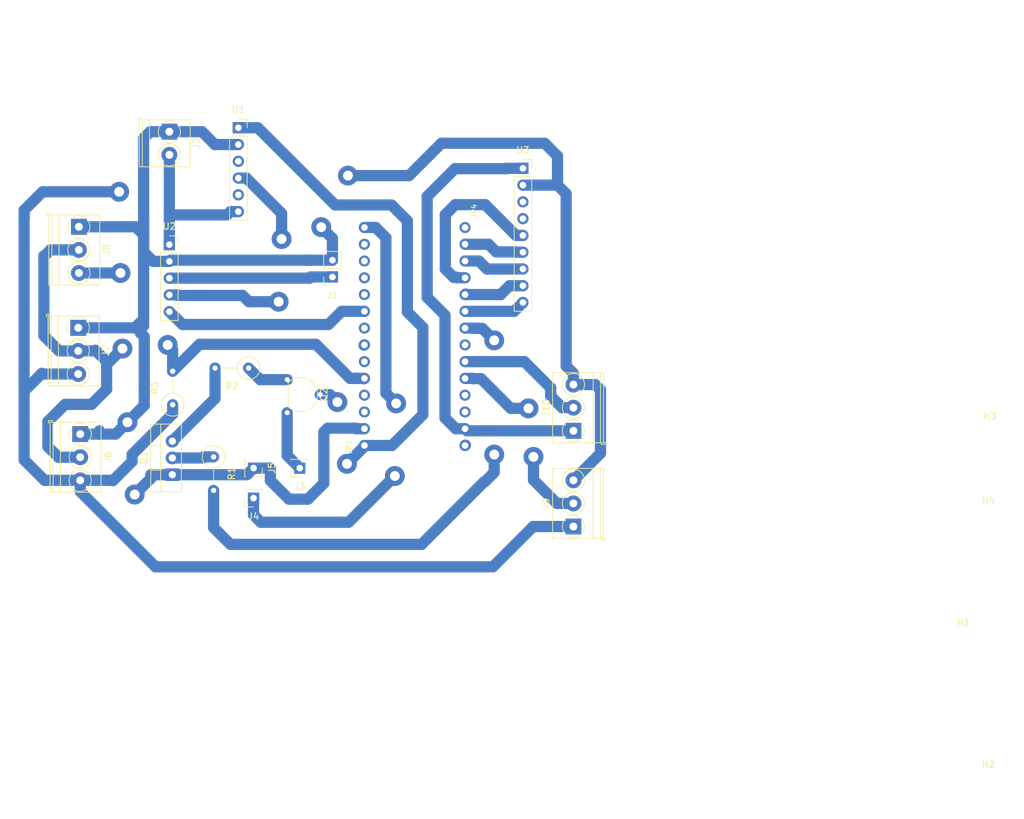
<source format=kicad_pcb>
(kicad_pcb (version 20171130) (host pcbnew 5.1.4-e60b266~84~ubuntu18.04.1)

  (general
    (thickness 1.6)
    (drawings 4)
    (tracks 251)
    (zones 0)
    (modules 24)
    (nets 22)
  )

  (page A4)
  (layers
    (0 Top signal)
    (1 Route2 signal)
    (2 Route15 signal)
    (31 Bottom signal)
    (32 B.Adhes user)
    (33 F.Adhes user)
    (34 B.Paste user)
    (35 F.Paste user)
    (36 B.SilkS user)
    (37 F.SilkS user)
    (38 B.Mask user)
    (39 F.Mask user)
    (40 Dwgs.User user)
    (41 Cmts.User user)
    (42 Eco1.User user)
    (43 Eco2.User user)
    (44 Edge.Cuts user)
    (45 Margin user)
    (46 B.CrtYd user)
    (47 F.CrtYd user)
    (48 B.Fab user)
    (49 F.Fab user)
  )

  (setup
    (last_trace_width 1.7)
    (user_trace_width 1.7)
    (user_trace_width 3)
    (trace_clearance 0.2)
    (zone_clearance 0.508)
    (zone_45_only no)
    (trace_min 0.2)
    (via_size 0.8)
    (via_drill 0.4)
    (via_min_size 0.4)
    (via_min_drill 0.3)
    (user_via 3 1.5)
    (uvia_size 0.3)
    (uvia_drill 0.1)
    (uvias_allowed no)
    (uvia_min_size 0.2)
    (uvia_min_drill 0.1)
    (edge_width 0.05)
    (segment_width 0.2)
    (pcb_text_width 0.3)
    (pcb_text_size 1.5 1.5)
    (mod_edge_width 0.12)
    (mod_text_size 1 1)
    (mod_text_width 0.15)
    (pad_size 1.524 1.524)
    (pad_drill 0.762)
    (pad_to_mask_clearance 0.051)
    (solder_mask_min_width 0.25)
    (aux_axis_origin 57.4802 89.4842)
    (visible_elements FFFFFF7F)
    (pcbplotparams
      (layerselection 0x00000_fffffff8)
      (usegerberextensions false)
      (usegerberattributes false)
      (usegerberadvancedattributes false)
      (creategerberjobfile false)
      (excludeedgelayer true)
      (linewidth 0.100000)
      (plotframeref false)
      (viasonmask false)
      (mode 1)
      (useauxorigin false)
      (hpglpennumber 1)
      (hpglpenspeed 20)
      (hpglpendiameter 15.000000)
      (psnegative true)
      (psa4output false)
      (plotreference false)
      (plotvalue false)
      (plotinvisibletext false)
      (padsonsilk false)
      (subtractmaskfromsilk false)
      (outputformat 5)
      (mirror false)
      (drillshape 1)
      (scaleselection 1)
      (outputdirectory "svg/"))
  )

  (net 0 "")
  (net 1 GND)
  (net 2 MOSI)
  (net 3 MISO)
  (net 4 SCK)
  (net 5 +3V3)
  (net 6 "Net-(J1-Pad1)")
  (net 7 LI-ION)
  (net 8 5V_BOOST)
  (net 9 D12)
  (net 10 A0)
  (net 11 A1)
  (net 12 TIMER)
  (net 13 DONE)
  (net 14 DECAGON_SWITCH)
  (net 15 LORA_RST)
  (net 16 LORA_CS)
  (net 17 "Net-(Q1-Pad2)")
  (net 18 "Net-(Q1-Pad3)")
  (net 19 5V_SWITCHED)
  (net 20 "Net-(Q2-Pad1)")
  (net 21 RX)

  (net_class Default "This is the default net class."
    (clearance 0.2)
    (trace_width 0.25)
    (via_dia 0.8)
    (via_drill 0.4)
    (uvia_dia 0.3)
    (uvia_drill 0.1)
    (add_net +3V3)
    (add_net 5V_BOOST)
    (add_net 5V_SWITCHED)
    (add_net A0)
    (add_net A1)
    (add_net D12)
    (add_net DECAGON_SWITCH)
    (add_net DONE)
    (add_net GND)
    (add_net LI-ION)
    (add_net LORA_CS)
    (add_net LORA_RST)
    (add_net MISO)
    (add_net MOSI)
    (add_net "Net-(J1-Pad1)")
    (add_net "Net-(Q1-Pad2)")
    (add_net "Net-(Q1-Pad3)")
    (add_net "Net-(Q2-Pad1)")
    (add_net RX)
    (add_net SCK)
    (add_net TIMER)
  )

  (module Connector_PinSocket_2.54mm:PinSocket_1x06_P2.54mm_Vertical (layer Top) (tedit 5A19A430) (tstamp 5DBCB0E6)
    (at 119.55 29.3)
    (descr "Through hole straight socket strip, 1x06, 2.54mm pitch, single row (from Kicad 4.0.7), script generated")
    (tags "Through hole socket strip THT 1x06 2.54mm single row")
    (path /5DC290A5)
    (fp_text reference U1 (at 0 -2.77) (layer F.SilkS)
      (effects (font (size 1 1) (thickness 0.15)))
    )
    (fp_text value powerboost500 (at 0 15.47) (layer F.Fab)
      (effects (font (size 1 1) (thickness 0.15)))
    )
    (fp_line (start -1.27 -1.27) (end 0.635 -1.27) (layer F.Fab) (width 0.1))
    (fp_line (start 0.635 -1.27) (end 1.27 -0.635) (layer F.Fab) (width 0.1))
    (fp_line (start 1.27 -0.635) (end 1.27 13.97) (layer F.Fab) (width 0.1))
    (fp_line (start 1.27 13.97) (end -1.27 13.97) (layer F.Fab) (width 0.1))
    (fp_line (start -1.27 13.97) (end -1.27 -1.27) (layer F.Fab) (width 0.1))
    (fp_line (start -1.33 1.27) (end 1.33 1.27) (layer F.SilkS) (width 0.12))
    (fp_line (start -1.33 1.27) (end -1.33 14.03) (layer F.SilkS) (width 0.12))
    (fp_line (start -1.33 14.03) (end 1.33 14.03) (layer F.SilkS) (width 0.12))
    (fp_line (start 1.33 1.27) (end 1.33 14.03) (layer F.SilkS) (width 0.12))
    (fp_line (start 1.33 -1.33) (end 1.33 0) (layer F.SilkS) (width 0.12))
    (fp_line (start 0 -1.33) (end 1.33 -1.33) (layer F.SilkS) (width 0.12))
    (fp_line (start -1.8 -1.8) (end 1.75 -1.8) (layer F.CrtYd) (width 0.05))
    (fp_line (start 1.75 -1.8) (end 1.75 14.45) (layer F.CrtYd) (width 0.05))
    (fp_line (start 1.75 14.45) (end -1.8 14.45) (layer F.CrtYd) (width 0.05))
    (fp_line (start -1.8 14.45) (end -1.8 -1.8) (layer F.CrtYd) (width 0.05))
    (fp_text user %R (at 0 6.35 90) (layer F.Fab)
      (effects (font (size 1 1) (thickness 0.15)))
    )
    (pad 1 thru_hole rect (at 0 0) (size 1.7 1.7) (drill 1) (layers *.Cu *.Mask)
      (net 8 5V_BOOST))
    (pad 2 thru_hole oval (at 0 2.54) (size 1.7 1.7) (drill 1) (layers *.Cu *.Mask)
      (net 1 GND))
    (pad 3 thru_hole oval (at 0 5.08) (size 1.7 1.7) (drill 1) (layers *.Cu *.Mask))
    (pad 4 thru_hole oval (at 0 7.62) (size 1.7 1.7) (drill 1) (layers *.Cu *.Mask)
      (net 12 TIMER))
    (pad 5 thru_hole oval (at 0 10.16) (size 1.7 1.7) (drill 1) (layers *.Cu *.Mask)
      (net 1 GND))
    (pad 6 thru_hole oval (at 0 12.7) (size 1.7 1.7) (drill 1) (layers *.Cu *.Mask)
      (net 7 LI-ION))
    (model ${KISYS3DMOD}/Connector_PinSocket_2.54mm.3dshapes/PinSocket_1x06_P2.54mm_Vertical.wrl
      (at (xyz 0 0 0))
      (scale (xyz 1 1 1))
      (rotate (xyz 0 0 0))
    )
  )

  (module Connector_PinSocket_2.54mm:PinSocket_1x01_P2.54mm_Vertical (layer Top) (tedit 5A19A434) (tstamp 5DBCB742)
    (at 121.85 85.4 180)
    (descr "Through hole straight socket strip, 1x01, 2.54mm pitch, single row (from Kicad 4.0.7), script generated")
    (tags "Through hole socket strip THT 1x01 2.54mm single row")
    (path /5DC22EEB)
    (fp_text reference J4 (at 0 -2.77) (layer F.SilkS)
      (effects (font (size 1 1) (thickness 0.15)))
    )
    (fp_text value Conn_01x01_Female (at 0 2.77) (layer F.Fab)
      (effects (font (size 1 1) (thickness 0.15)))
    )
    (fp_text user %R (at 0 0) (layer F.Fab)
      (effects (font (size 1 1) (thickness 0.15)))
    )
    (fp_line (start -1.8 1.75) (end -1.8 -1.8) (layer F.CrtYd) (width 0.05))
    (fp_line (start 1.75 1.75) (end -1.8 1.75) (layer F.CrtYd) (width 0.05))
    (fp_line (start 1.75 -1.8) (end 1.75 1.75) (layer F.CrtYd) (width 0.05))
    (fp_line (start -1.8 -1.8) (end 1.75 -1.8) (layer F.CrtYd) (width 0.05))
    (fp_line (start 0 -1.33) (end 1.33 -1.33) (layer F.SilkS) (width 0.12))
    (fp_line (start 1.33 -1.33) (end 1.33 0) (layer F.SilkS) (width 0.12))
    (fp_line (start 1.33 1.21) (end 1.33 1.33) (layer F.SilkS) (width 0.12))
    (fp_line (start -1.33 1.21) (end -1.33 1.33) (layer F.SilkS) (width 0.12))
    (fp_line (start -1.33 1.33) (end 1.33 1.33) (layer F.SilkS) (width 0.12))
    (fp_line (start -1.27 1.27) (end -1.27 -1.27) (layer F.Fab) (width 0.1))
    (fp_line (start 1.27 1.27) (end -1.27 1.27) (layer F.Fab) (width 0.1))
    (fp_line (start 1.27 -0.635) (end 1.27 1.27) (layer F.Fab) (width 0.1))
    (fp_line (start 0.635 -1.27) (end 1.27 -0.635) (layer F.Fab) (width 0.1))
    (fp_line (start -1.27 -1.27) (end 0.635 -1.27) (layer F.Fab) (width 0.1))
    (pad 1 thru_hole rect (at 0 0 180) (size 1.7 1.7) (drill 1) (layers *.Cu *.Mask)
      (net 21 RX))
    (model ${KISYS3DMOD}/Connector_PinSocket_2.54mm.3dshapes/PinSocket_1x01_P2.54mm_Vertical.wrl
      (at (xyz 0 0 0))
      (scale (xyz 1 1 1))
      (rotate (xyz 0 0 0))
    )
  )

  (module Package_TO_SOT_THT:TO-92 (layer Top) (tedit 5DBC6CED) (tstamp 5DBCD9C6)
    (at 128.95 68.45 270)
    (descr "TO-92 leads molded, narrow, drill 0.75mm (see NXP sot054_po.pdf)")
    (tags "to-92 sc-43 sc-43a sot54 PA33 transistor")
    (path /5DBE12A5)
    (fp_text reference Q2 (at 1.27 -3.56 270) (layer F.SilkS)
      (effects (font (size 1 1) (thickness 0.15)))
    )
    (fp_text value Q_PNP_BCE (at 1.27 2.79 270) (layer F.Fab)
      (effects (font (size 1 1) (thickness 0.15)))
    )
    (fp_text user %R (at 1.27 -3.56 270) (layer F.Fab)
      (effects (font (size 1 1) (thickness 0.15)))
    )
    (fp_line (start -0.53 1.85) (end 3.07 1.85) (layer F.SilkS) (width 0.12))
    (fp_line (start -0.5 1.75) (end 3 1.75) (layer F.Fab) (width 0.1))
    (fp_line (start -1.46 -2.73) (end 4 -2.73) (layer F.CrtYd) (width 0.05))
    (fp_line (start -1.46 -2.73) (end -1.46 2.01) (layer F.CrtYd) (width 0.05))
    (fp_line (start 4 2.01) (end 4 -2.73) (layer F.CrtYd) (width 0.05))
    (fp_line (start 4 2.01) (end -1.46 2.01) (layer F.CrtYd) (width 0.05))
    (fp_arc (start 1.27 0) (end 1.27 -2.48) (angle 135) (layer F.Fab) (width 0.1))
    (fp_arc (start 1.27 0) (end 1.27 -2.6) (angle -135) (layer F.SilkS) (width 0.12))
    (fp_arc (start 1.27 0) (end 1.27 -2.48) (angle -135) (layer F.Fab) (width 0.1))
    (fp_arc (start 1.27 0) (end 1.27 -2.6) (angle 135) (layer F.SilkS) (width 0.12))
    (pad 2 thru_hole circle (at 1.27 -3) (size 1.3 1.3) (drill 0.75) (layers *.Cu *.Mask)
      (net 8 5V_BOOST))
    (pad 3 thru_hole circle (at 4 2) (size 1.3 1.3) (drill 0.75) (layers *.Cu *.Mask)
      (net 19 5V_SWITCHED))
    (pad 1 thru_hole rect (at -1 2) (size 1.3 1.3) (drill 0.75) (layers *.Cu *.Mask)
      (net 20 "Net-(Q2-Pad1)"))
    (model ${KISYS3DMOD}/Package_TO_SOT_THT.3dshapes/TO-92.wrl
      (at (xyz 0 0 0))
      (scale (xyz 1 1 1))
      (rotate (xyz 0 0 0))
    )
  )

  (module ib4:1X14_ROUND70 (layer Top) (tedit 0) (tstamp 5DA2F3C6)
    (at 138.6438 60.9154 90)
    (path /FA93C76E)
    (fp_text reference JP2 (at -17.8562 -1.8288 90) (layer F.SilkS)
      (effects (font (size 0.77216 0.77216) (thickness 0.138988)) (justify left bottom))
    )
    (fp_text value HEADER-1X14 (at -17.78 3.175 90) (layer F.Fab)
      (effects (font (size 0.38608 0.38608) (thickness 0.038608)) (justify left bottom))
    )
    (fp_poly (pts (xy 16.256 0.254) (xy 16.764 0.254) (xy 16.764 -0.254) (xy 16.256 -0.254)) (layer F.Fab) (width 0))
    (fp_poly (pts (xy 13.716 0.254) (xy 14.224 0.254) (xy 14.224 -0.254) (xy 13.716 -0.254)) (layer F.Fab) (width 0))
    (fp_poly (pts (xy 11.176 0.254) (xy 11.684 0.254) (xy 11.684 -0.254) (xy 11.176 -0.254)) (layer F.Fab) (width 0))
    (fp_poly (pts (xy 8.636 0.254) (xy 9.144 0.254) (xy 9.144 -0.254) (xy 8.636 -0.254)) (layer F.Fab) (width 0))
    (fp_poly (pts (xy 6.096 0.254) (xy 6.604 0.254) (xy 6.604 -0.254) (xy 6.096 -0.254)) (layer F.Fab) (width 0))
    (fp_poly (pts (xy -16.764 0.254) (xy -16.256 0.254) (xy -16.256 -0.254) (xy -16.764 -0.254)) (layer F.Fab) (width 0))
    (fp_poly (pts (xy -14.224 0.254) (xy -13.716 0.254) (xy -13.716 -0.254) (xy -14.224 -0.254)) (layer F.Fab) (width 0))
    (fp_poly (pts (xy -11.684 0.254) (xy -11.176 0.254) (xy -11.176 -0.254) (xy -11.684 -0.254)) (layer F.Fab) (width 0))
    (fp_poly (pts (xy -9.144 0.254) (xy -8.636 0.254) (xy -8.636 -0.254) (xy -9.144 -0.254)) (layer F.Fab) (width 0))
    (fp_poly (pts (xy -6.604 0.254) (xy -6.096 0.254) (xy -6.096 -0.254) (xy -6.604 -0.254)) (layer F.Fab) (width 0))
    (fp_poly (pts (xy -4.064 0.254) (xy -3.556 0.254) (xy -3.556 -0.254) (xy -4.064 -0.254)) (layer F.Fab) (width 0))
    (fp_poly (pts (xy -1.524 0.254) (xy -1.016 0.254) (xy -1.016 -0.254) (xy -1.524 -0.254)) (layer F.Fab) (width 0))
    (fp_poly (pts (xy 1.016 0.254) (xy 1.524 0.254) (xy 1.524 -0.254) (xy 1.016 -0.254)) (layer F.Fab) (width 0))
    (fp_poly (pts (xy 3.556 0.254) (xy 4.064 0.254) (xy 4.064 -0.254) (xy 3.556 -0.254)) (layer F.Fab) (width 0))
    (fp_line (start -17.78 -0.635) (end -17.78 0.635) (layer F.Fab) (width 0.2032))
    (pad 14 thru_hole circle (at 16.51 0 180) (size 1.6764 1.6764) (drill 1) (layers *.Cu *.Mask)
      (net 21 RX) (solder_mask_margin 0.0508))
    (pad 13 thru_hole circle (at 13.97 0 180) (size 1.6764 1.6764) (drill 1) (layers *.Cu *.Mask)
      (solder_mask_margin 0.0508))
    (pad 12 thru_hole circle (at 11.43 0 180) (size 1.6764 1.6764) (drill 1) (layers *.Cu *.Mask)
      (solder_mask_margin 0.0508))
    (pad 11 thru_hole circle (at 8.89 0 180) (size 1.6764 1.6764) (drill 1) (layers *.Cu *.Mask)
      (solder_mask_margin 0.0508))
    (pad 10 thru_hole circle (at 6.35 0 180) (size 1.6764 1.6764) (drill 1) (layers *.Cu *.Mask)
      (solder_mask_margin 0.0508))
    (pad 9 thru_hole circle (at 3.81 0 180) (size 1.6764 1.6764) (drill 1) (layers *.Cu *.Mask)
      (net 13 DONE) (solder_mask_margin 0.0508))
    (pad 8 thru_hole circle (at 1.27 0 180) (size 1.6764 1.6764) (drill 1) (layers *.Cu *.Mask)
      (solder_mask_margin 0.0508))
    (pad 7 thru_hole circle (at -1.27 0 180) (size 1.6764 1.6764) (drill 1) (layers *.Cu *.Mask)
      (solder_mask_margin 0.0508))
    (pad 6 thru_hole circle (at -3.81 0 180) (size 1.6764 1.6764) (drill 1) (layers *.Cu *.Mask)
      (solder_mask_margin 0.0508))
    (pad 5 thru_hole circle (at -6.35 0 180) (size 1.6764 1.6764) (drill 1) (layers *.Cu *.Mask)
      (net 9 D12) (solder_mask_margin 0.0508))
    (pad 4 thru_hole circle (at -8.89 0 180) (size 1.6764 1.6764) (drill 1) (layers *.Cu *.Mask)
      (solder_mask_margin 0.0508))
    (pad 3 thru_hole circle (at -11.43 0 180) (size 1.6764 1.6764) (drill 1) (layers *.Cu *.Mask)
      (solder_mask_margin 0.0508))
    (pad 2 thru_hole circle (at -13.97 0 180) (size 1.6764 1.6764) (drill 1) (layers *.Cu *.Mask)
      (net 1 GND) (solder_mask_margin 0.0508))
    (pad 1 thru_hole circle (at -16.51 0 180) (size 1.6764 1.6764) (drill 1) (layers *.Cu *.Mask)
      (net 8 5V_BOOST) (solder_mask_margin 0.0508))
  )

  (module ib4:1X14_ROUND70 (layer Top) (tedit 0) (tstamp 5DA2F426)
    (at 153.8838 60.9154 270)
    (path /47274FB3)
    (fp_text reference JP4 (at -17.8562 -1.8288 90) (layer F.SilkS)
      (effects (font (size 0.77216 0.77216) (thickness 0.138988)) (justify left bottom))
    )
    (fp_text value HEADER-1X14 (at -17.78 3.175 90) (layer F.Fab)
      (effects (font (size 0.38608 0.38608) (thickness 0.038608)) (justify left bottom))
    )
    (fp_poly (pts (xy 16.256 0.254) (xy 16.764 0.254) (xy 16.764 -0.254) (xy 16.256 -0.254)) (layer F.Fab) (width 0))
    (fp_poly (pts (xy 13.716 0.254) (xy 14.224 0.254) (xy 14.224 -0.254) (xy 13.716 -0.254)) (layer F.Fab) (width 0))
    (fp_poly (pts (xy 11.176 0.254) (xy 11.684 0.254) (xy 11.684 -0.254) (xy 11.176 -0.254)) (layer F.Fab) (width 0))
    (fp_poly (pts (xy 8.636 0.254) (xy 9.144 0.254) (xy 9.144 -0.254) (xy 8.636 -0.254)) (layer F.Fab) (width 0))
    (fp_poly (pts (xy 6.096 0.254) (xy 6.604 0.254) (xy 6.604 -0.254) (xy 6.096 -0.254)) (layer F.Fab) (width 0))
    (fp_poly (pts (xy -16.764 0.254) (xy -16.256 0.254) (xy -16.256 -0.254) (xy -16.764 -0.254)) (layer F.Fab) (width 0))
    (fp_poly (pts (xy -14.224 0.254) (xy -13.716 0.254) (xy -13.716 -0.254) (xy -14.224 -0.254)) (layer F.Fab) (width 0))
    (fp_poly (pts (xy -11.684 0.254) (xy -11.176 0.254) (xy -11.176 -0.254) (xy -11.684 -0.254)) (layer F.Fab) (width 0))
    (fp_poly (pts (xy -9.144 0.254) (xy -8.636 0.254) (xy -8.636 -0.254) (xy -9.144 -0.254)) (layer F.Fab) (width 0))
    (fp_poly (pts (xy -6.604 0.254) (xy -6.096 0.254) (xy -6.096 -0.254) (xy -6.604 -0.254)) (layer F.Fab) (width 0))
    (fp_poly (pts (xy -4.064 0.254) (xy -3.556 0.254) (xy -3.556 -0.254) (xy -4.064 -0.254)) (layer F.Fab) (width 0))
    (fp_poly (pts (xy -1.524 0.254) (xy -1.016 0.254) (xy -1.016 -0.254) (xy -1.524 -0.254)) (layer F.Fab) (width 0))
    (fp_poly (pts (xy 1.016 0.254) (xy 1.524 0.254) (xy 1.524 -0.254) (xy 1.016 -0.254)) (layer F.Fab) (width 0))
    (fp_poly (pts (xy 3.556 0.254) (xy 4.064 0.254) (xy 4.064 -0.254) (xy 3.556 -0.254)) (layer F.Fab) (width 0))
    (fp_line (start -17.78 -0.635) (end -17.78 0.635) (layer F.Fab) (width 0.2032))
    (pad 14 thru_hole circle (at 16.51 0) (size 1.6764 1.6764) (drill 1) (layers *.Cu *.Mask)
      (solder_mask_margin 0.0508))
    (pad 13 thru_hole circle (at 13.97 0) (size 1.6764 1.6764) (drill 1) (layers *.Cu *.Mask)
      (net 5 +3V3) (solder_mask_margin 0.0508))
    (pad 12 thru_hole circle (at 11.43 0) (size 1.6764 1.6764) (drill 1) (layers *.Cu *.Mask)
      (solder_mask_margin 0.0508))
    (pad 11 thru_hole circle (at 8.89 0) (size 1.6764 1.6764) (drill 1) (layers *.Cu *.Mask)
      (solder_mask_margin 0.0508))
    (pad 10 thru_hole circle (at 6.35 0) (size 1.6764 1.6764) (drill 1) (layers *.Cu *.Mask)
      (net 10 A0) (solder_mask_margin 0.0508))
    (pad 9 thru_hole circle (at 3.81 0) (size 1.6764 1.6764) (drill 1) (layers *.Cu *.Mask)
      (net 11 A1) (solder_mask_margin 0.0508))
    (pad 8 thru_hole circle (at 1.27 0) (size 1.6764 1.6764) (drill 1) (layers *.Cu *.Mask)
      (solder_mask_margin 0.0508))
    (pad 7 thru_hole circle (at -1.27 0) (size 1.6764 1.6764) (drill 1) (layers *.Cu *.Mask)
      (net 14 DECAGON_SWITCH) (solder_mask_margin 0.0508))
    (pad 6 thru_hole circle (at -3.81 0) (size 1.6764 1.6764) (drill 1) (layers *.Cu *.Mask)
      (net 15 LORA_RST) (solder_mask_margin 0.0508))
    (pad 5 thru_hole circle (at -6.35 0) (size 1.6764 1.6764) (drill 1) (layers *.Cu *.Mask)
      (net 16 LORA_CS) (solder_mask_margin 0.0508))
    (pad 4 thru_hole circle (at -8.89 0) (size 1.6764 1.6764) (drill 1) (layers *.Cu *.Mask)
      (net 4 SCK) (solder_mask_margin 0.0508))
    (pad 3 thru_hole circle (at -11.43 0) (size 1.6764 1.6764) (drill 1) (layers *.Cu *.Mask)
      (net 2 MOSI) (solder_mask_margin 0.0508))
    (pad 2 thru_hole circle (at -13.97 0) (size 1.6764 1.6764) (drill 1) (layers *.Cu *.Mask)
      (net 3 MISO) (solder_mask_margin 0.0508))
    (pad 1 thru_hole circle (at -16.51 0) (size 1.6764 1.6764) (drill 1) (layers *.Cu *.Mask)
      (solder_mask_margin 0.0508))
  )

  (module MountingHole:MountingHole_2.7mm_M2.5 (layer Top) (tedit 56D1B4CB) (tstamp 5DA30698)
    (at 229.4 107.95)
    (descr "Mounting Hole 2.7mm, no annular, M2.5")
    (tags "mounting hole 2.7mm no annular m2.5")
    (path /5D99EBDD)
    (attr virtual)
    (fp_text reference H1 (at 0 -3.7) (layer F.SilkS)
      (effects (font (size 1 1) (thickness 0.15)))
    )
    (fp_text value MountingHole (at 0 3.7) (layer F.Fab)
      (effects (font (size 1 1) (thickness 0.15)))
    )
    (fp_text user %R (at 0.3 0) (layer F.Fab)
      (effects (font (size 1 1) (thickness 0.15)))
    )
    (fp_circle (center 0 0) (end 2.7 0) (layer Cmts.User) (width 0.15))
    (fp_circle (center 0 0) (end 2.95 0) (layer F.CrtYd) (width 0.05))
    (pad 1 np_thru_hole circle (at 0 0) (size 2.7 2.7) (drill 2.7) (layers *.Cu *.Mask))
  )

  (module MountingHole:MountingHole_2.7mm_M2.5 (layer Top) (tedit 56D1B4CB) (tstamp 5D926E42)
    (at 233.15 129.45)
    (descr "Mounting Hole 2.7mm, no annular, M2.5")
    (tags "mounting hole 2.7mm no annular m2.5")
    (path /5D99FC38)
    (attr virtual)
    (fp_text reference H2 (at 0 -3.7) (layer F.SilkS)
      (effects (font (size 1 1) (thickness 0.15)))
    )
    (fp_text value MountingHole (at 0 3.7) (layer F.Fab)
      (effects (font (size 1 1) (thickness 0.15)))
    )
    (fp_circle (center 0 0) (end 2.95 0) (layer F.CrtYd) (width 0.05))
    (fp_circle (center 0 0) (end 2.7 0) (layer Cmts.User) (width 0.15))
    (fp_text user %R (at 0.3 0) (layer F.Fab)
      (effects (font (size 1 1) (thickness 0.15)))
    )
    (pad 1 np_thru_hole circle (at 0 0) (size 2.7 2.7) (drill 2.7) (layers *.Cu *.Mask))
  )

  (module MountingHole:MountingHole_2.7mm_M2.5 (layer Top) (tedit 56D1B4CB) (tstamp 5DA3066C)
    (at 233.4 76.7)
    (descr "Mounting Hole 2.7mm, no annular, M2.5")
    (tags "mounting hole 2.7mm no annular m2.5")
    (path /5D99FE70)
    (attr virtual)
    (fp_text reference H3 (at 0 -3.7) (layer F.SilkS)
      (effects (font (size 1 1) (thickness 0.15)))
    )
    (fp_text value MountingHole (at 0 3.7) (layer F.Fab)
      (effects (font (size 1 1) (thickness 0.15)))
    )
    (fp_text user %R (at 0.3 0) (layer F.Fab)
      (effects (font (size 1 1) (thickness 0.15)))
    )
    (fp_circle (center 0 0) (end 2.7 0) (layer Cmts.User) (width 0.15))
    (fp_circle (center 0 0) (end 2.95 0) (layer F.CrtYd) (width 0.05))
    (pad 1 np_thru_hole circle (at 0 0) (size 2.7 2.7) (drill 2.7) (layers *.Cu *.Mask))
  )

  (module MountingHole:MountingHole_2.7mm_M2.5 (layer Top) (tedit 56D1B4CB) (tstamp 5D926E57)
    (at 233.15 89.45)
    (descr "Mounting Hole 2.7mm, no annular, M2.5")
    (tags "mounting hole 2.7mm no annular m2.5")
    (path /5D99FFF4)
    (attr virtual)
    (fp_text reference H4 (at 0 -3.7) (layer F.SilkS)
      (effects (font (size 1 1) (thickness 0.15)))
    )
    (fp_text value MountingHole (at 0 3.7) (layer F.Fab)
      (effects (font (size 1 1) (thickness 0.15)))
    )
    (fp_circle (center 0 0) (end 2.95 0) (layer F.CrtYd) (width 0.05))
    (fp_circle (center 0 0) (end 2.7 0) (layer Cmts.User) (width 0.15))
    (fp_text user %R (at 0.3 0) (layer F.Fab)
      (effects (font (size 1 1) (thickness 0.15)))
    )
    (pad 1 np_thru_hole circle (at 0 0) (size 2.7 2.7) (drill 2.7) (layers *.Cu *.Mask))
  )

  (module Connector_PinSocket_2.54mm:PinSocket_1x02_P2.54mm_Vertical (layer Top) (tedit 5A19A420) (tstamp 5DBCCC0B)
    (at 133.8 51.9 180)
    (descr "Through hole straight socket strip, 1x02, 2.54mm pitch, single row (from Kicad 4.0.7), script generated")
    (tags "Through hole socket strip THT 1x02 2.54mm single row")
    (path /5DBD7C27)
    (fp_text reference J1 (at 0 -2.77) (layer F.SilkS)
      (effects (font (size 1 1) (thickness 0.15)))
    )
    (fp_text value Conn_01x02_Female (at 0 5.31) (layer F.Fab)
      (effects (font (size 1 1) (thickness 0.15)))
    )
    (fp_line (start -1.27 -1.27) (end 0.635 -1.27) (layer F.Fab) (width 0.1))
    (fp_line (start 0.635 -1.27) (end 1.27 -0.635) (layer F.Fab) (width 0.1))
    (fp_line (start 1.27 -0.635) (end 1.27 3.81) (layer F.Fab) (width 0.1))
    (fp_line (start 1.27 3.81) (end -1.27 3.81) (layer F.Fab) (width 0.1))
    (fp_line (start -1.27 3.81) (end -1.27 -1.27) (layer F.Fab) (width 0.1))
    (fp_line (start -1.33 1.27) (end 1.33 1.27) (layer F.SilkS) (width 0.12))
    (fp_line (start -1.33 1.27) (end -1.33 3.87) (layer F.SilkS) (width 0.12))
    (fp_line (start -1.33 3.87) (end 1.33 3.87) (layer F.SilkS) (width 0.12))
    (fp_line (start 1.33 1.27) (end 1.33 3.87) (layer F.SilkS) (width 0.12))
    (fp_line (start 1.33 -1.33) (end 1.33 0) (layer F.SilkS) (width 0.12))
    (fp_line (start 0 -1.33) (end 1.33 -1.33) (layer F.SilkS) (width 0.12))
    (fp_line (start -1.8 -1.8) (end 1.75 -1.8) (layer F.CrtYd) (width 0.05))
    (fp_line (start 1.75 -1.8) (end 1.75 4.3) (layer F.CrtYd) (width 0.05))
    (fp_line (start 1.75 4.3) (end -1.8 4.3) (layer F.CrtYd) (width 0.05))
    (fp_line (start -1.8 4.3) (end -1.8 -1.8) (layer F.CrtYd) (width 0.05))
    (fp_text user %R (at 0 1.27 90) (layer F.Fab)
      (effects (font (size 1 1) (thickness 0.15)))
    )
    (pad 1 thru_hole rect (at 0 0 180) (size 1.7 1.7) (drill 1) (layers *.Cu *.Mask)
      (net 6 "Net-(J1-Pad1)"))
    (pad 2 thru_hole oval (at 0 2.54 180) (size 1.7 1.7) (drill 1) (layers *.Cu *.Mask)
      (net 1 GND))
    (model ${KISYS3DMOD}/Connector_PinSocket_2.54mm.3dshapes/PinSocket_1x02_P2.54mm_Vertical.wrl
      (at (xyz 0 0 0))
      (scale (xyz 1 1 1))
      (rotate (xyz 0 0 0))
    )
  )

  (module Connector_PinSocket_2.54mm:PinSocket_1x01_P2.54mm_Vertical (layer Top) (tedit 5A19A434) (tstamp 5DBCB709)
    (at 128.85 80.85 180)
    (descr "Through hole straight socket strip, 1x01, 2.54mm pitch, single row (from Kicad 4.0.7), script generated")
    (tags "Through hole socket strip THT 1x01 2.54mm single row")
    (path /5DC21FF1)
    (fp_text reference J3 (at 0 -2.77) (layer F.SilkS)
      (effects (font (size 1 1) (thickness 0.15)))
    )
    (fp_text value Conn_01x01_Female (at 0 2.77) (layer F.Fab)
      (effects (font (size 1 1) (thickness 0.15)))
    )
    (fp_line (start -1.27 -1.27) (end 0.635 -1.27) (layer F.Fab) (width 0.1))
    (fp_line (start 0.635 -1.27) (end 1.27 -0.635) (layer F.Fab) (width 0.1))
    (fp_line (start 1.27 -0.635) (end 1.27 1.27) (layer F.Fab) (width 0.1))
    (fp_line (start 1.27 1.27) (end -1.27 1.27) (layer F.Fab) (width 0.1))
    (fp_line (start -1.27 1.27) (end -1.27 -1.27) (layer F.Fab) (width 0.1))
    (fp_line (start -1.33 1.33) (end 1.33 1.33) (layer F.SilkS) (width 0.12))
    (fp_line (start -1.33 1.21) (end -1.33 1.33) (layer F.SilkS) (width 0.12))
    (fp_line (start 1.33 1.21) (end 1.33 1.33) (layer F.SilkS) (width 0.12))
    (fp_line (start 1.33 -1.33) (end 1.33 0) (layer F.SilkS) (width 0.12))
    (fp_line (start 0 -1.33) (end 1.33 -1.33) (layer F.SilkS) (width 0.12))
    (fp_line (start -1.8 -1.8) (end 1.75 -1.8) (layer F.CrtYd) (width 0.05))
    (fp_line (start 1.75 -1.8) (end 1.75 1.75) (layer F.CrtYd) (width 0.05))
    (fp_line (start 1.75 1.75) (end -1.8 1.75) (layer F.CrtYd) (width 0.05))
    (fp_line (start -1.8 1.75) (end -1.8 -1.8) (layer F.CrtYd) (width 0.05))
    (fp_text user %R (at 0 0) (layer F.Fab)
      (effects (font (size 1 1) (thickness 0.15)))
    )
    (pad 1 thru_hole rect (at 0 0 180) (size 1.7 1.7) (drill 1) (layers *.Cu *.Mask)
      (net 19 5V_SWITCHED))
    (model ${KISYS3DMOD}/Connector_PinSocket_2.54mm.3dshapes/PinSocket_1x01_P2.54mm_Vertical.wrl
      (at (xyz 0 0 0))
      (scale (xyz 1 1 1))
      (rotate (xyz 0 0 0))
    )
  )

  (module TerminalBlock_Phoenix:TerminalBlock_Phoenix_PT-1,5-3-3.5-H_1x03_P3.50mm_Horizontal (layer Top) (tedit 5B294F3F) (tstamp 5DBCDC66)
    (at 95.6 75.7 270)
    (descr "Terminal Block Phoenix PT-1,5-3-3.5-H, 3 pins, pitch 3.5mm, size 10.5x7.6mm^2, drill diamater 1.2mm, pad diameter 2.4mm, see , script-generated using https://github.com/pointhi/kicad-footprint-generator/scripts/TerminalBlock_Phoenix")
    (tags "THT Terminal Block Phoenix PT-1,5-3-3.5-H pitch 3.5mm size 10.5x7.6mm^2 drill 1.2mm pad 2.4mm")
    (path /5DC8DC36)
    (fp_text reference J6 (at 3.5 -4.16 90) (layer F.SilkS)
      (effects (font (size 1 1) (thickness 0.15)))
    )
    (fp_text value Screw_Terminal_01x03 (at 3.5 5.56 90) (layer F.Fab)
      (effects (font (size 1 1) (thickness 0.15)))
    )
    (fp_arc (start 0 0) (end 0 1.68) (angle -32) (layer F.SilkS) (width 0.12))
    (fp_arc (start 0 0) (end 1.425 0.891) (angle -64) (layer F.SilkS) (width 0.12))
    (fp_arc (start 0 0) (end 0.866 -1.44) (angle -63) (layer F.SilkS) (width 0.12))
    (fp_arc (start 0 0) (end -1.44 -0.866) (angle -63) (layer F.SilkS) (width 0.12))
    (fp_arc (start 0 0) (end -0.866 1.44) (angle -32) (layer F.SilkS) (width 0.12))
    (fp_circle (center 0 0) (end 1.5 0) (layer F.Fab) (width 0.1))
    (fp_circle (center 3.5 0) (end 5 0) (layer F.Fab) (width 0.1))
    (fp_circle (center 3.5 0) (end 5.18 0) (layer F.SilkS) (width 0.12))
    (fp_circle (center 7 0) (end 8.5 0) (layer F.Fab) (width 0.1))
    (fp_circle (center 7 0) (end 8.68 0) (layer F.SilkS) (width 0.12))
    (fp_line (start -1.75 -3.1) (end 8.75 -3.1) (layer F.Fab) (width 0.1))
    (fp_line (start 8.75 -3.1) (end 8.75 4.5) (layer F.Fab) (width 0.1))
    (fp_line (start 8.75 4.5) (end -1.35 4.5) (layer F.Fab) (width 0.1))
    (fp_line (start -1.35 4.5) (end -1.75 4.1) (layer F.Fab) (width 0.1))
    (fp_line (start -1.75 4.1) (end -1.75 -3.1) (layer F.Fab) (width 0.1))
    (fp_line (start -1.75 4.1) (end 8.75 4.1) (layer F.Fab) (width 0.1))
    (fp_line (start -1.81 4.1) (end 8.81 4.1) (layer F.SilkS) (width 0.12))
    (fp_line (start -1.75 3) (end 8.75 3) (layer F.Fab) (width 0.1))
    (fp_line (start -1.81 3) (end 8.81 3) (layer F.SilkS) (width 0.12))
    (fp_line (start -1.81 -3.16) (end 8.81 -3.16) (layer F.SilkS) (width 0.12))
    (fp_line (start -1.81 4.56) (end 8.81 4.56) (layer F.SilkS) (width 0.12))
    (fp_line (start -1.81 -3.16) (end -1.81 4.56) (layer F.SilkS) (width 0.12))
    (fp_line (start 8.81 -3.16) (end 8.81 4.56) (layer F.SilkS) (width 0.12))
    (fp_line (start 1.138 -0.955) (end -0.955 1.138) (layer F.Fab) (width 0.1))
    (fp_line (start 0.955 -1.138) (end -1.138 0.955) (layer F.Fab) (width 0.1))
    (fp_line (start 4.638 -0.955) (end 2.546 1.138) (layer F.Fab) (width 0.1))
    (fp_line (start 4.455 -1.138) (end 2.363 0.955) (layer F.Fab) (width 0.1))
    (fp_line (start 4.775 -1.069) (end 4.646 -0.941) (layer F.SilkS) (width 0.12))
    (fp_line (start 2.525 1.181) (end 2.431 1.274) (layer F.SilkS) (width 0.12))
    (fp_line (start 4.57 -1.275) (end 4.476 -1.181) (layer F.SilkS) (width 0.12))
    (fp_line (start 2.355 0.941) (end 2.226 1.069) (layer F.SilkS) (width 0.12))
    (fp_line (start 8.138 -0.955) (end 6.046 1.138) (layer F.Fab) (width 0.1))
    (fp_line (start 7.955 -1.138) (end 5.863 0.955) (layer F.Fab) (width 0.1))
    (fp_line (start 8.275 -1.069) (end 8.146 -0.941) (layer F.SilkS) (width 0.12))
    (fp_line (start 6.025 1.181) (end 5.931 1.274) (layer F.SilkS) (width 0.12))
    (fp_line (start 8.07 -1.275) (end 7.976 -1.181) (layer F.SilkS) (width 0.12))
    (fp_line (start 5.855 0.941) (end 5.726 1.069) (layer F.SilkS) (width 0.12))
    (fp_line (start -2.05 4.16) (end -2.05 4.8) (layer F.SilkS) (width 0.12))
    (fp_line (start -2.05 4.8) (end -1.65 4.8) (layer F.SilkS) (width 0.12))
    (fp_line (start -2.25 -3.6) (end -2.25 5) (layer F.CrtYd) (width 0.05))
    (fp_line (start -2.25 5) (end 9.25 5) (layer F.CrtYd) (width 0.05))
    (fp_line (start 9.25 5) (end 9.25 -3.6) (layer F.CrtYd) (width 0.05))
    (fp_line (start 9.25 -3.6) (end -2.25 -3.6) (layer F.CrtYd) (width 0.05))
    (fp_text user %R (at 3.5 2.4 90) (layer F.Fab)
      (effects (font (size 1 1) (thickness 0.15)))
    )
    (pad 1 thru_hole rect (at 0 0 270) (size 2.4 2.4) (drill 1.2) (layers *.Cu *.Mask)
      (net 1 GND))
    (pad 2 thru_hole circle (at 3.5 0 270) (size 2.4 2.4) (drill 1.2) (layers *.Cu *.Mask)
      (net 9 D12))
    (pad 3 thru_hole circle (at 7 0 270) (size 2.4 2.4) (drill 1.2) (layers *.Cu *.Mask)
      (net 5 +3V3))
    (model ${KISYS3DMOD}/TerminalBlock_Phoenix.3dshapes/TerminalBlock_Phoenix_PT-1,5-3-3.5-H_1x03_P3.50mm_Horizontal.wrl
      (at (xyz 0 0 0))
      (scale (xyz 1 1 1))
      (rotate (xyz 0 0 0))
    )
  )

  (module TerminalBlock_Phoenix:TerminalBlock_Phoenix_PT-1,5-3-3.5-H_1x03_P3.50mm_Horizontal (layer Top) (tedit 5B294F3F) (tstamp 5DBCAFDA)
    (at 95.3 59.6 270)
    (descr "Terminal Block Phoenix PT-1,5-3-3.5-H, 3 pins, pitch 3.5mm, size 10.5x7.6mm^2, drill diamater 1.2mm, pad diameter 2.4mm, see , script-generated using https://github.com/pointhi/kicad-footprint-generator/scripts/TerminalBlock_Phoenix")
    (tags "THT Terminal Block Phoenix PT-1,5-3-3.5-H pitch 3.5mm size 10.5x7.6mm^2 drill 1.2mm pad 2.4mm")
    (path /5DC8F0B0)
    (fp_text reference J7 (at 3.5 -4.16 90) (layer F.SilkS)
      (effects (font (size 1 1) (thickness 0.15)))
    )
    (fp_text value Screw_Terminal_01x03 (at 3.5 5.56 90) (layer F.Fab)
      (effects (font (size 1 1) (thickness 0.15)))
    )
    (fp_text user %R (at 3.5 2.4 90) (layer F.Fab)
      (effects (font (size 1 1) (thickness 0.15)))
    )
    (fp_line (start 9.25 -3.6) (end -2.25 -3.6) (layer F.CrtYd) (width 0.05))
    (fp_line (start 9.25 5) (end 9.25 -3.6) (layer F.CrtYd) (width 0.05))
    (fp_line (start -2.25 5) (end 9.25 5) (layer F.CrtYd) (width 0.05))
    (fp_line (start -2.25 -3.6) (end -2.25 5) (layer F.CrtYd) (width 0.05))
    (fp_line (start -2.05 4.8) (end -1.65 4.8) (layer F.SilkS) (width 0.12))
    (fp_line (start -2.05 4.16) (end -2.05 4.8) (layer F.SilkS) (width 0.12))
    (fp_line (start 5.855 0.941) (end 5.726 1.069) (layer F.SilkS) (width 0.12))
    (fp_line (start 8.07 -1.275) (end 7.976 -1.181) (layer F.SilkS) (width 0.12))
    (fp_line (start 6.025 1.181) (end 5.931 1.274) (layer F.SilkS) (width 0.12))
    (fp_line (start 8.275 -1.069) (end 8.146 -0.941) (layer F.SilkS) (width 0.12))
    (fp_line (start 7.955 -1.138) (end 5.863 0.955) (layer F.Fab) (width 0.1))
    (fp_line (start 8.138 -0.955) (end 6.046 1.138) (layer F.Fab) (width 0.1))
    (fp_line (start 2.355 0.941) (end 2.226 1.069) (layer F.SilkS) (width 0.12))
    (fp_line (start 4.57 -1.275) (end 4.476 -1.181) (layer F.SilkS) (width 0.12))
    (fp_line (start 2.525 1.181) (end 2.431 1.274) (layer F.SilkS) (width 0.12))
    (fp_line (start 4.775 -1.069) (end 4.646 -0.941) (layer F.SilkS) (width 0.12))
    (fp_line (start 4.455 -1.138) (end 2.363 0.955) (layer F.Fab) (width 0.1))
    (fp_line (start 4.638 -0.955) (end 2.546 1.138) (layer F.Fab) (width 0.1))
    (fp_line (start 0.955 -1.138) (end -1.138 0.955) (layer F.Fab) (width 0.1))
    (fp_line (start 1.138 -0.955) (end -0.955 1.138) (layer F.Fab) (width 0.1))
    (fp_line (start 8.81 -3.16) (end 8.81 4.56) (layer F.SilkS) (width 0.12))
    (fp_line (start -1.81 -3.16) (end -1.81 4.56) (layer F.SilkS) (width 0.12))
    (fp_line (start -1.81 4.56) (end 8.81 4.56) (layer F.SilkS) (width 0.12))
    (fp_line (start -1.81 -3.16) (end 8.81 -3.16) (layer F.SilkS) (width 0.12))
    (fp_line (start -1.81 3) (end 8.81 3) (layer F.SilkS) (width 0.12))
    (fp_line (start -1.75 3) (end 8.75 3) (layer F.Fab) (width 0.1))
    (fp_line (start -1.81 4.1) (end 8.81 4.1) (layer F.SilkS) (width 0.12))
    (fp_line (start -1.75 4.1) (end 8.75 4.1) (layer F.Fab) (width 0.1))
    (fp_line (start -1.75 4.1) (end -1.75 -3.1) (layer F.Fab) (width 0.1))
    (fp_line (start -1.35 4.5) (end -1.75 4.1) (layer F.Fab) (width 0.1))
    (fp_line (start 8.75 4.5) (end -1.35 4.5) (layer F.Fab) (width 0.1))
    (fp_line (start 8.75 -3.1) (end 8.75 4.5) (layer F.Fab) (width 0.1))
    (fp_line (start -1.75 -3.1) (end 8.75 -3.1) (layer F.Fab) (width 0.1))
    (fp_circle (center 7 0) (end 8.68 0) (layer F.SilkS) (width 0.12))
    (fp_circle (center 7 0) (end 8.5 0) (layer F.Fab) (width 0.1))
    (fp_circle (center 3.5 0) (end 5.18 0) (layer F.SilkS) (width 0.12))
    (fp_circle (center 3.5 0) (end 5 0) (layer F.Fab) (width 0.1))
    (fp_circle (center 0 0) (end 1.5 0) (layer F.Fab) (width 0.1))
    (fp_arc (start 0 0) (end -0.866 1.44) (angle -32) (layer F.SilkS) (width 0.12))
    (fp_arc (start 0 0) (end -1.44 -0.866) (angle -63) (layer F.SilkS) (width 0.12))
    (fp_arc (start 0 0) (end 0.866 -1.44) (angle -63) (layer F.SilkS) (width 0.12))
    (fp_arc (start 0 0) (end 1.425 0.891) (angle -64) (layer F.SilkS) (width 0.12))
    (fp_arc (start 0 0) (end 0 1.68) (angle -32) (layer F.SilkS) (width 0.12))
    (pad 3 thru_hole circle (at 7 0 270) (size 2.4 2.4) (drill 1.2) (layers *.Cu *.Mask)
      (net 5 +3V3))
    (pad 2 thru_hole circle (at 3.5 0 270) (size 2.4 2.4) (drill 1.2) (layers *.Cu *.Mask)
      (net 9 D12))
    (pad 1 thru_hole rect (at 0 0 270) (size 2.4 2.4) (drill 1.2) (layers *.Cu *.Mask)
      (net 1 GND))
    (model ${KISYS3DMOD}/TerminalBlock_Phoenix.3dshapes/TerminalBlock_Phoenix_PT-1,5-3-3.5-H_1x03_P3.50mm_Horizontal.wrl
      (at (xyz 0 0 0))
      (scale (xyz 1 1 1))
      (rotate (xyz 0 0 0))
    )
  )

  (module TerminalBlock_Phoenix:TerminalBlock_Phoenix_PT-1,5-3-3.5-H_1x03_P3.50mm_Horizontal (layer Top) (tedit 5B294F3F) (tstamp 5DBCB00D)
    (at 95.4 44.3 270)
    (descr "Terminal Block Phoenix PT-1,5-3-3.5-H, 3 pins, pitch 3.5mm, size 10.5x7.6mm^2, drill diamater 1.2mm, pad diameter 2.4mm, see , script-generated using https://github.com/pointhi/kicad-footprint-generator/scripts/TerminalBlock_Phoenix")
    (tags "THT Terminal Block Phoenix PT-1,5-3-3.5-H pitch 3.5mm size 10.5x7.6mm^2 drill 1.2mm pad 2.4mm")
    (path /5DCAC7D5)
    (fp_text reference J8 (at 3.5 -4.16 90) (layer F.SilkS)
      (effects (font (size 1 1) (thickness 0.15)))
    )
    (fp_text value Screw_Terminal_01x03 (at 3.5 5.56 90) (layer F.Fab)
      (effects (font (size 1 1) (thickness 0.15)))
    )
    (fp_arc (start 0 0) (end 0 1.68) (angle -32) (layer F.SilkS) (width 0.12))
    (fp_arc (start 0 0) (end 1.425 0.891) (angle -64) (layer F.SilkS) (width 0.12))
    (fp_arc (start 0 0) (end 0.866 -1.44) (angle -63) (layer F.SilkS) (width 0.12))
    (fp_arc (start 0 0) (end -1.44 -0.866) (angle -63) (layer F.SilkS) (width 0.12))
    (fp_arc (start 0 0) (end -0.866 1.44) (angle -32) (layer F.SilkS) (width 0.12))
    (fp_circle (center 0 0) (end 1.5 0) (layer F.Fab) (width 0.1))
    (fp_circle (center 3.5 0) (end 5 0) (layer F.Fab) (width 0.1))
    (fp_circle (center 3.5 0) (end 5.18 0) (layer F.SilkS) (width 0.12))
    (fp_circle (center 7 0) (end 8.5 0) (layer F.Fab) (width 0.1))
    (fp_circle (center 7 0) (end 8.68 0) (layer F.SilkS) (width 0.12))
    (fp_line (start -1.75 -3.1) (end 8.75 -3.1) (layer F.Fab) (width 0.1))
    (fp_line (start 8.75 -3.1) (end 8.75 4.5) (layer F.Fab) (width 0.1))
    (fp_line (start 8.75 4.5) (end -1.35 4.5) (layer F.Fab) (width 0.1))
    (fp_line (start -1.35 4.5) (end -1.75 4.1) (layer F.Fab) (width 0.1))
    (fp_line (start -1.75 4.1) (end -1.75 -3.1) (layer F.Fab) (width 0.1))
    (fp_line (start -1.75 4.1) (end 8.75 4.1) (layer F.Fab) (width 0.1))
    (fp_line (start -1.81 4.1) (end 8.81 4.1) (layer F.SilkS) (width 0.12))
    (fp_line (start -1.75 3) (end 8.75 3) (layer F.Fab) (width 0.1))
    (fp_line (start -1.81 3) (end 8.81 3) (layer F.SilkS) (width 0.12))
    (fp_line (start -1.81 -3.16) (end 8.81 -3.16) (layer F.SilkS) (width 0.12))
    (fp_line (start -1.81 4.56) (end 8.81 4.56) (layer F.SilkS) (width 0.12))
    (fp_line (start -1.81 -3.16) (end -1.81 4.56) (layer F.SilkS) (width 0.12))
    (fp_line (start 8.81 -3.16) (end 8.81 4.56) (layer F.SilkS) (width 0.12))
    (fp_line (start 1.138 -0.955) (end -0.955 1.138) (layer F.Fab) (width 0.1))
    (fp_line (start 0.955 -1.138) (end -1.138 0.955) (layer F.Fab) (width 0.1))
    (fp_line (start 4.638 -0.955) (end 2.546 1.138) (layer F.Fab) (width 0.1))
    (fp_line (start 4.455 -1.138) (end 2.363 0.955) (layer F.Fab) (width 0.1))
    (fp_line (start 4.775 -1.069) (end 4.646 -0.941) (layer F.SilkS) (width 0.12))
    (fp_line (start 2.525 1.181) (end 2.431 1.274) (layer F.SilkS) (width 0.12))
    (fp_line (start 4.57 -1.275) (end 4.476 -1.181) (layer F.SilkS) (width 0.12))
    (fp_line (start 2.355 0.941) (end 2.226 1.069) (layer F.SilkS) (width 0.12))
    (fp_line (start 8.138 -0.955) (end 6.046 1.138) (layer F.Fab) (width 0.1))
    (fp_line (start 7.955 -1.138) (end 5.863 0.955) (layer F.Fab) (width 0.1))
    (fp_line (start 8.275 -1.069) (end 8.146 -0.941) (layer F.SilkS) (width 0.12))
    (fp_line (start 6.025 1.181) (end 5.931 1.274) (layer F.SilkS) (width 0.12))
    (fp_line (start 8.07 -1.275) (end 7.976 -1.181) (layer F.SilkS) (width 0.12))
    (fp_line (start 5.855 0.941) (end 5.726 1.069) (layer F.SilkS) (width 0.12))
    (fp_line (start -2.05 4.16) (end -2.05 4.8) (layer F.SilkS) (width 0.12))
    (fp_line (start -2.05 4.8) (end -1.65 4.8) (layer F.SilkS) (width 0.12))
    (fp_line (start -2.25 -3.6) (end -2.25 5) (layer F.CrtYd) (width 0.05))
    (fp_line (start -2.25 5) (end 9.25 5) (layer F.CrtYd) (width 0.05))
    (fp_line (start 9.25 5) (end 9.25 -3.6) (layer F.CrtYd) (width 0.05))
    (fp_line (start 9.25 -3.6) (end -2.25 -3.6) (layer F.CrtYd) (width 0.05))
    (fp_text user %R (at 3.5 2.4 90) (layer F.Fab)
      (effects (font (size 1 1) (thickness 0.15)))
    )
    (pad 1 thru_hole rect (at 0 0 270) (size 2.4 2.4) (drill 1.2) (layers *.Cu *.Mask)
      (net 1 GND))
    (pad 2 thru_hole circle (at 3.5 0 270) (size 2.4 2.4) (drill 1.2) (layers *.Cu *.Mask)
      (net 9 D12))
    (pad 3 thru_hole circle (at 7 0 270) (size 2.4 2.4) (drill 1.2) (layers *.Cu *.Mask)
      (net 5 +3V3))
    (model ${KISYS3DMOD}/TerminalBlock_Phoenix.3dshapes/TerminalBlock_Phoenix_PT-1,5-3-3.5-H_1x03_P3.50mm_Horizontal.wrl
      (at (xyz 0 0 0))
      (scale (xyz 1 1 1))
      (rotate (xyz 0 0 0))
    )
  )

  (module TerminalBlock_Phoenix:TerminalBlock_Phoenix_PT-1,5-3-3.5-H_1x03_P3.50mm_Horizontal (layer Top) (tedit 5B294F3F) (tstamp 5DBCD3FC)
    (at 170.3 89.7 90)
    (descr "Terminal Block Phoenix PT-1,5-3-3.5-H, 3 pins, pitch 3.5mm, size 10.5x7.6mm^2, drill diamater 1.2mm, pad diameter 2.4mm, see , script-generated using https://github.com/pointhi/kicad-footprint-generator/scripts/TerminalBlock_Phoenix")
    (tags "THT Terminal Block Phoenix PT-1,5-3-3.5-H pitch 3.5mm size 10.5x7.6mm^2 drill 1.2mm pad 2.4mm")
    (path /5DC5743A)
    (fp_text reference J9 (at 3.5 -4.16 90) (layer F.SilkS)
      (effects (font (size 1 1) (thickness 0.15)))
    )
    (fp_text value Screw_Terminal_01x03 (at 3.5 5.56 90) (layer F.Fab)
      (effects (font (size 1 1) (thickness 0.15)))
    )
    (fp_arc (start 0 0) (end 0 1.68) (angle -32) (layer F.SilkS) (width 0.12))
    (fp_arc (start 0 0) (end 1.425 0.891) (angle -64) (layer F.SilkS) (width 0.12))
    (fp_arc (start 0 0) (end 0.866 -1.44) (angle -63) (layer F.SilkS) (width 0.12))
    (fp_arc (start 0 0) (end -1.44 -0.866) (angle -63) (layer F.SilkS) (width 0.12))
    (fp_arc (start 0 0) (end -0.866 1.44) (angle -32) (layer F.SilkS) (width 0.12))
    (fp_circle (center 0 0) (end 1.5 0) (layer F.Fab) (width 0.1))
    (fp_circle (center 3.5 0) (end 5 0) (layer F.Fab) (width 0.1))
    (fp_circle (center 3.5 0) (end 5.18 0) (layer F.SilkS) (width 0.12))
    (fp_circle (center 7 0) (end 8.5 0) (layer F.Fab) (width 0.1))
    (fp_circle (center 7 0) (end 8.68 0) (layer F.SilkS) (width 0.12))
    (fp_line (start -1.75 -3.1) (end 8.75 -3.1) (layer F.Fab) (width 0.1))
    (fp_line (start 8.75 -3.1) (end 8.75 4.5) (layer F.Fab) (width 0.1))
    (fp_line (start 8.75 4.5) (end -1.35 4.5) (layer F.Fab) (width 0.1))
    (fp_line (start -1.35 4.5) (end -1.75 4.1) (layer F.Fab) (width 0.1))
    (fp_line (start -1.75 4.1) (end -1.75 -3.1) (layer F.Fab) (width 0.1))
    (fp_line (start -1.75 4.1) (end 8.75 4.1) (layer F.Fab) (width 0.1))
    (fp_line (start -1.81 4.1) (end 8.81 4.1) (layer F.SilkS) (width 0.12))
    (fp_line (start -1.75 3) (end 8.75 3) (layer F.Fab) (width 0.1))
    (fp_line (start -1.81 3) (end 8.81 3) (layer F.SilkS) (width 0.12))
    (fp_line (start -1.81 -3.16) (end 8.81 -3.16) (layer F.SilkS) (width 0.12))
    (fp_line (start -1.81 4.56) (end 8.81 4.56) (layer F.SilkS) (width 0.12))
    (fp_line (start -1.81 -3.16) (end -1.81 4.56) (layer F.SilkS) (width 0.12))
    (fp_line (start 8.81 -3.16) (end 8.81 4.56) (layer F.SilkS) (width 0.12))
    (fp_line (start 1.138 -0.955) (end -0.955 1.138) (layer F.Fab) (width 0.1))
    (fp_line (start 0.955 -1.138) (end -1.138 0.955) (layer F.Fab) (width 0.1))
    (fp_line (start 4.638 -0.955) (end 2.546 1.138) (layer F.Fab) (width 0.1))
    (fp_line (start 4.455 -1.138) (end 2.363 0.955) (layer F.Fab) (width 0.1))
    (fp_line (start 4.775 -1.069) (end 4.646 -0.941) (layer F.SilkS) (width 0.12))
    (fp_line (start 2.525 1.181) (end 2.431 1.274) (layer F.SilkS) (width 0.12))
    (fp_line (start 4.57 -1.275) (end 4.476 -1.181) (layer F.SilkS) (width 0.12))
    (fp_line (start 2.355 0.941) (end 2.226 1.069) (layer F.SilkS) (width 0.12))
    (fp_line (start 8.138 -0.955) (end 6.046 1.138) (layer F.Fab) (width 0.1))
    (fp_line (start 7.955 -1.138) (end 5.863 0.955) (layer F.Fab) (width 0.1))
    (fp_line (start 8.275 -1.069) (end 8.146 -0.941) (layer F.SilkS) (width 0.12))
    (fp_line (start 6.025 1.181) (end 5.931 1.274) (layer F.SilkS) (width 0.12))
    (fp_line (start 8.07 -1.275) (end 7.976 -1.181) (layer F.SilkS) (width 0.12))
    (fp_line (start 5.855 0.941) (end 5.726 1.069) (layer F.SilkS) (width 0.12))
    (fp_line (start -2.05 4.16) (end -2.05 4.8) (layer F.SilkS) (width 0.12))
    (fp_line (start -2.05 4.8) (end -1.65 4.8) (layer F.SilkS) (width 0.12))
    (fp_line (start -2.25 -3.6) (end -2.25 5) (layer F.CrtYd) (width 0.05))
    (fp_line (start -2.25 5) (end 9.25 5) (layer F.CrtYd) (width 0.05))
    (fp_line (start 9.25 5) (end 9.25 -3.6) (layer F.CrtYd) (width 0.05))
    (fp_line (start 9.25 -3.6) (end -2.25 -3.6) (layer F.CrtYd) (width 0.05))
    (fp_text user %R (at 3.5 2.4 90) (layer F.Fab)
      (effects (font (size 1 1) (thickness 0.15)))
    )
    (pad 1 thru_hole rect (at 0 0 90) (size 2.4 2.4) (drill 1.2) (layers *.Cu *.Mask)
      (net 5 +3V3))
    (pad 2 thru_hole circle (at 3.5 0 90) (size 2.4 2.4) (drill 1.2) (layers *.Cu *.Mask)
      (net 10 A0))
    (pad 3 thru_hole circle (at 7 0 90) (size 2.4 2.4) (drill 1.2) (layers *.Cu *.Mask)
      (net 1 GND))
    (model ${KISYS3DMOD}/TerminalBlock_Phoenix.3dshapes/TerminalBlock_Phoenix_PT-1,5-3-3.5-H_1x03_P3.50mm_Horizontal.wrl
      (at (xyz 0 0 0))
      (scale (xyz 1 1 1))
      (rotate (xyz 0 0 0))
    )
  )

  (module TerminalBlock_Phoenix:TerminalBlock_Phoenix_PT-1,5-3-3.5-H_1x03_P3.50mm_Horizontal (layer Top) (tedit 5B294F3F) (tstamp 5DBCB073)
    (at 170.3 75.2 90)
    (descr "Terminal Block Phoenix PT-1,5-3-3.5-H, 3 pins, pitch 3.5mm, size 10.5x7.6mm^2, drill diamater 1.2mm, pad diameter 2.4mm, see , script-generated using https://github.com/pointhi/kicad-footprint-generator/scripts/TerminalBlock_Phoenix")
    (tags "THT Terminal Block Phoenix PT-1,5-3-3.5-H pitch 3.5mm size 10.5x7.6mm^2 drill 1.2mm pad 2.4mm")
    (path /5DC5DAE5)
    (fp_text reference J10 (at 3.5 -4.16 90) (layer F.SilkS)
      (effects (font (size 1 1) (thickness 0.15)))
    )
    (fp_text value Screw_Terminal_01x03 (at 3.5 5.56 90) (layer F.Fab)
      (effects (font (size 1 1) (thickness 0.15)))
    )
    (fp_text user %R (at 3.5 2.4 90) (layer F.Fab)
      (effects (font (size 1 1) (thickness 0.15)))
    )
    (fp_line (start 9.25 -3.6) (end -2.25 -3.6) (layer F.CrtYd) (width 0.05))
    (fp_line (start 9.25 5) (end 9.25 -3.6) (layer F.CrtYd) (width 0.05))
    (fp_line (start -2.25 5) (end 9.25 5) (layer F.CrtYd) (width 0.05))
    (fp_line (start -2.25 -3.6) (end -2.25 5) (layer F.CrtYd) (width 0.05))
    (fp_line (start -2.05 4.8) (end -1.65 4.8) (layer F.SilkS) (width 0.12))
    (fp_line (start -2.05 4.16) (end -2.05 4.8) (layer F.SilkS) (width 0.12))
    (fp_line (start 5.855 0.941) (end 5.726 1.069) (layer F.SilkS) (width 0.12))
    (fp_line (start 8.07 -1.275) (end 7.976 -1.181) (layer F.SilkS) (width 0.12))
    (fp_line (start 6.025 1.181) (end 5.931 1.274) (layer F.SilkS) (width 0.12))
    (fp_line (start 8.275 -1.069) (end 8.146 -0.941) (layer F.SilkS) (width 0.12))
    (fp_line (start 7.955 -1.138) (end 5.863 0.955) (layer F.Fab) (width 0.1))
    (fp_line (start 8.138 -0.955) (end 6.046 1.138) (layer F.Fab) (width 0.1))
    (fp_line (start 2.355 0.941) (end 2.226 1.069) (layer F.SilkS) (width 0.12))
    (fp_line (start 4.57 -1.275) (end 4.476 -1.181) (layer F.SilkS) (width 0.12))
    (fp_line (start 2.525 1.181) (end 2.431 1.274) (layer F.SilkS) (width 0.12))
    (fp_line (start 4.775 -1.069) (end 4.646 -0.941) (layer F.SilkS) (width 0.12))
    (fp_line (start 4.455 -1.138) (end 2.363 0.955) (layer F.Fab) (width 0.1))
    (fp_line (start 4.638 -0.955) (end 2.546 1.138) (layer F.Fab) (width 0.1))
    (fp_line (start 0.955 -1.138) (end -1.138 0.955) (layer F.Fab) (width 0.1))
    (fp_line (start 1.138 -0.955) (end -0.955 1.138) (layer F.Fab) (width 0.1))
    (fp_line (start 8.81 -3.16) (end 8.81 4.56) (layer F.SilkS) (width 0.12))
    (fp_line (start -1.81 -3.16) (end -1.81 4.56) (layer F.SilkS) (width 0.12))
    (fp_line (start -1.81 4.56) (end 8.81 4.56) (layer F.SilkS) (width 0.12))
    (fp_line (start -1.81 -3.16) (end 8.81 -3.16) (layer F.SilkS) (width 0.12))
    (fp_line (start -1.81 3) (end 8.81 3) (layer F.SilkS) (width 0.12))
    (fp_line (start -1.75 3) (end 8.75 3) (layer F.Fab) (width 0.1))
    (fp_line (start -1.81 4.1) (end 8.81 4.1) (layer F.SilkS) (width 0.12))
    (fp_line (start -1.75 4.1) (end 8.75 4.1) (layer F.Fab) (width 0.1))
    (fp_line (start -1.75 4.1) (end -1.75 -3.1) (layer F.Fab) (width 0.1))
    (fp_line (start -1.35 4.5) (end -1.75 4.1) (layer F.Fab) (width 0.1))
    (fp_line (start 8.75 4.5) (end -1.35 4.5) (layer F.Fab) (width 0.1))
    (fp_line (start 8.75 -3.1) (end 8.75 4.5) (layer F.Fab) (width 0.1))
    (fp_line (start -1.75 -3.1) (end 8.75 -3.1) (layer F.Fab) (width 0.1))
    (fp_circle (center 7 0) (end 8.68 0) (layer F.SilkS) (width 0.12))
    (fp_circle (center 7 0) (end 8.5 0) (layer F.Fab) (width 0.1))
    (fp_circle (center 3.5 0) (end 5.18 0) (layer F.SilkS) (width 0.12))
    (fp_circle (center 3.5 0) (end 5 0) (layer F.Fab) (width 0.1))
    (fp_circle (center 0 0) (end 1.5 0) (layer F.Fab) (width 0.1))
    (fp_arc (start 0 0) (end -0.866 1.44) (angle -32) (layer F.SilkS) (width 0.12))
    (fp_arc (start 0 0) (end -1.44 -0.866) (angle -63) (layer F.SilkS) (width 0.12))
    (fp_arc (start 0 0) (end 0.866 -1.44) (angle -63) (layer F.SilkS) (width 0.12))
    (fp_arc (start 0 0) (end 1.425 0.891) (angle -64) (layer F.SilkS) (width 0.12))
    (fp_arc (start 0 0) (end 0 1.68) (angle -32) (layer F.SilkS) (width 0.12))
    (pad 3 thru_hole circle (at 7 0 90) (size 2.4 2.4) (drill 1.2) (layers *.Cu *.Mask)
      (net 1 GND))
    (pad 2 thru_hole circle (at 3.5 0 90) (size 2.4 2.4) (drill 1.2) (layers *.Cu *.Mask)
      (net 11 A1))
    (pad 1 thru_hole rect (at 0 0 90) (size 2.4 2.4) (drill 1.2) (layers *.Cu *.Mask)
      (net 5 +3V3))
    (model ${KISYS3DMOD}/TerminalBlock_Phoenix.3dshapes/TerminalBlock_Phoenix_PT-1,5-3-3.5-H_1x03_P3.50mm_Horizontal.wrl
      (at (xyz 0 0 0))
      (scale (xyz 1 1 1))
      (rotate (xyz 0 0 0))
    )
  )

  (module Package_TO_SOT_THT:TO-220-3_Vertical (layer Top) (tedit 5AC8BA0D) (tstamp 5DBCB08D)
    (at 109.55 81.85 90)
    (descr "TO-220-3, Vertical, RM 2.54mm, see https://www.vishay.com/docs/66542/to-220-1.pdf")
    (tags "TO-220-3 Vertical RM 2.54mm")
    (path /5DBE059E)
    (fp_text reference Q1 (at 2.54 -4.27 90) (layer F.SilkS)
      (effects (font (size 1 1) (thickness 0.15)))
    )
    (fp_text value Q_NPN_EBC (at 2.54 2.5 90) (layer F.Fab)
      (effects (font (size 1 1) (thickness 0.15)))
    )
    (fp_line (start -2.46 -3.15) (end -2.46 1.25) (layer F.Fab) (width 0.1))
    (fp_line (start -2.46 1.25) (end 7.54 1.25) (layer F.Fab) (width 0.1))
    (fp_line (start 7.54 1.25) (end 7.54 -3.15) (layer F.Fab) (width 0.1))
    (fp_line (start 7.54 -3.15) (end -2.46 -3.15) (layer F.Fab) (width 0.1))
    (fp_line (start -2.46 -1.88) (end 7.54 -1.88) (layer F.Fab) (width 0.1))
    (fp_line (start 0.69 -3.15) (end 0.69 -1.88) (layer F.Fab) (width 0.1))
    (fp_line (start 4.39 -3.15) (end 4.39 -1.88) (layer F.Fab) (width 0.1))
    (fp_line (start -2.58 -3.27) (end 7.66 -3.27) (layer F.SilkS) (width 0.12))
    (fp_line (start -2.58 1.371) (end 7.66 1.371) (layer F.SilkS) (width 0.12))
    (fp_line (start -2.58 -3.27) (end -2.58 1.371) (layer F.SilkS) (width 0.12))
    (fp_line (start 7.66 -3.27) (end 7.66 1.371) (layer F.SilkS) (width 0.12))
    (fp_line (start -2.58 -1.76) (end 7.66 -1.76) (layer F.SilkS) (width 0.12))
    (fp_line (start 0.69 -3.27) (end 0.69 -1.76) (layer F.SilkS) (width 0.12))
    (fp_line (start 4.391 -3.27) (end 4.391 -1.76) (layer F.SilkS) (width 0.12))
    (fp_line (start -2.71 -3.4) (end -2.71 1.51) (layer F.CrtYd) (width 0.05))
    (fp_line (start -2.71 1.51) (end 7.79 1.51) (layer F.CrtYd) (width 0.05))
    (fp_line (start 7.79 1.51) (end 7.79 -3.4) (layer F.CrtYd) (width 0.05))
    (fp_line (start 7.79 -3.4) (end -2.71 -3.4) (layer F.CrtYd) (width 0.05))
    (fp_text user %R (at 2.54 -4.27 90) (layer F.Fab)
      (effects (font (size 1 1) (thickness 0.15)))
    )
    (pad 1 thru_hole rect (at 0 0 90) (size 1.905 2) (drill 1.1) (layers *.Cu *.Mask)
      (net 1 GND))
    (pad 2 thru_hole oval (at 2.54 0 90) (size 1.905 2) (drill 1.1) (layers *.Cu *.Mask)
      (net 17 "Net-(Q1-Pad2)"))
    (pad 3 thru_hole oval (at 5.08 0 90) (size 1.905 2) (drill 1.1) (layers *.Cu *.Mask)
      (net 18 "Net-(Q1-Pad3)"))
    (model ${KISYS3DMOD}/Package_TO_SOT_THT.3dshapes/TO-220-3_Vertical.wrl
      (at (xyz 0 0 0))
      (scale (xyz 1 1 1))
      (rotate (xyz 0 0 0))
    )
  )

  (module Resistor_THT:R_Axial_DIN0309_L9.0mm_D3.2mm_P5.08mm_Vertical (layer Top) (tedit 5AE5139B) (tstamp 5DBCB0AE)
    (at 115.8 79.15 270)
    (descr "Resistor, Axial_DIN0309 series, Axial, Vertical, pin pitch=5.08mm, 0.5W = 1/2W, length*diameter=9*3.2mm^2, http://cdn-reichelt.de/documents/datenblatt/B400/1_4W%23YAG.pdf")
    (tags "Resistor Axial_DIN0309 series Axial Vertical pin pitch 5.08mm 0.5W = 1/2W length 9mm diameter 3.2mm")
    (path /5DBE8137)
    (fp_text reference R1 (at 2.54 -2.72 90) (layer F.SilkS)
      (effects (font (size 1 1) (thickness 0.15)))
    )
    (fp_text value R (at 2.54 2.72 90) (layer F.Fab)
      (effects (font (size 1 1) (thickness 0.15)))
    )
    (fp_circle (center 0 0) (end 1.6 0) (layer F.Fab) (width 0.1))
    (fp_circle (center 0 0) (end 1.72 0) (layer F.SilkS) (width 0.12))
    (fp_line (start 0 0) (end 5.08 0) (layer F.Fab) (width 0.1))
    (fp_line (start 1.72 0) (end 3.98 0) (layer F.SilkS) (width 0.12))
    (fp_line (start -1.85 -1.85) (end -1.85 1.85) (layer F.CrtYd) (width 0.05))
    (fp_line (start -1.85 1.85) (end 6.13 1.85) (layer F.CrtYd) (width 0.05))
    (fp_line (start 6.13 1.85) (end 6.13 -1.85) (layer F.CrtYd) (width 0.05))
    (fp_line (start 6.13 -1.85) (end -1.85 -1.85) (layer F.CrtYd) (width 0.05))
    (fp_text user %R (at 2.54 -2.72 90) (layer F.Fab)
      (effects (font (size 1 1) (thickness 0.15)))
    )
    (pad 1 thru_hole circle (at 0 0 270) (size 1.6 1.6) (drill 0.8) (layers *.Cu *.Mask)
      (net 17 "Net-(Q1-Pad2)"))
    (pad 2 thru_hole oval (at 5.08 0 270) (size 1.6 1.6) (drill 0.8) (layers *.Cu *.Mask)
      (net 14 DECAGON_SWITCH))
    (model ${KISYS3DMOD}/Resistor_THT.3dshapes/R_Axial_DIN0309_L9.0mm_D3.2mm_P5.08mm_Vertical.wrl
      (at (xyz 0 0 0))
      (scale (xyz 1 1 1))
      (rotate (xyz 0 0 0))
    )
  )

  (module Resistor_THT:R_Axial_DIN0309_L9.0mm_D3.2mm_P5.08mm_Vertical (layer Top) (tedit 5AE5139B) (tstamp 5DBCB0BD)
    (at 121.1 65.7 180)
    (descr "Resistor, Axial_DIN0309 series, Axial, Vertical, pin pitch=5.08mm, 0.5W = 1/2W, length*diameter=9*3.2mm^2, http://cdn-reichelt.de/documents/datenblatt/B400/1_4W%23YAG.pdf")
    (tags "Resistor Axial_DIN0309 series Axial Vertical pin pitch 5.08mm 0.5W = 1/2W length 9mm diameter 3.2mm")
    (path /5DBE1A2E)
    (fp_text reference R2 (at 2.54 -2.72) (layer F.SilkS)
      (effects (font (size 1 1) (thickness 0.15)))
    )
    (fp_text value R (at 2.54 2.72) (layer F.Fab)
      (effects (font (size 1 1) (thickness 0.15)))
    )
    (fp_circle (center 0 0) (end 1.6 0) (layer F.Fab) (width 0.1))
    (fp_circle (center 0 0) (end 1.72 0) (layer F.SilkS) (width 0.12))
    (fp_line (start 0 0) (end 5.08 0) (layer F.Fab) (width 0.1))
    (fp_line (start 1.72 0) (end 3.98 0) (layer F.SilkS) (width 0.12))
    (fp_line (start -1.85 -1.85) (end -1.85 1.85) (layer F.CrtYd) (width 0.05))
    (fp_line (start -1.85 1.85) (end 6.13 1.85) (layer F.CrtYd) (width 0.05))
    (fp_line (start 6.13 1.85) (end 6.13 -1.85) (layer F.CrtYd) (width 0.05))
    (fp_line (start 6.13 -1.85) (end -1.85 -1.85) (layer F.CrtYd) (width 0.05))
    (fp_text user %R (at 2.54 -2.72) (layer F.Fab)
      (effects (font (size 1 1) (thickness 0.15)))
    )
    (pad 1 thru_hole circle (at 0 0 180) (size 1.6 1.6) (drill 0.8) (layers *.Cu *.Mask)
      (net 20 "Net-(Q2-Pad1)"))
    (pad 2 thru_hole oval (at 5.08 0 180) (size 1.6 1.6) (drill 0.8) (layers *.Cu *.Mask)
      (net 18 "Net-(Q1-Pad3)"))
    (model ${KISYS3DMOD}/Resistor_THT.3dshapes/R_Axial_DIN0309_L9.0mm_D3.2mm_P5.08mm_Vertical.wrl
      (at (xyz 0 0 0))
      (scale (xyz 1 1 1))
      (rotate (xyz 0 0 0))
    )
  )

  (module Resistor_THT:R_Axial_DIN0309_L9.0mm_D3.2mm_P5.08mm_Vertical (layer Top) (tedit 5AE5139B) (tstamp 5DBCB0CC)
    (at 109.6 71.25 90)
    (descr "Resistor, Axial_DIN0309 series, Axial, Vertical, pin pitch=5.08mm, 0.5W = 1/2W, length*diameter=9*3.2mm^2, http://cdn-reichelt.de/documents/datenblatt/B400/1_4W%23YAG.pdf")
    (tags "Resistor Axial_DIN0309 series Axial Vertical pin pitch 5.08mm 0.5W = 1/2W length 9mm diameter 3.2mm")
    (path /5DC90C9F)
    (fp_text reference R3 (at 2.54 -2.72 90) (layer F.SilkS)
      (effects (font (size 1 1) (thickness 0.15)))
    )
    (fp_text value R (at 2.54 2.72 90) (layer F.Fab)
      (effects (font (size 1 1) (thickness 0.15)))
    )
    (fp_text user %R (at 2.54 -2.72 90) (layer F.Fab)
      (effects (font (size 1 1) (thickness 0.15)))
    )
    (fp_line (start 6.13 -1.85) (end -1.85 -1.85) (layer F.CrtYd) (width 0.05))
    (fp_line (start 6.13 1.85) (end 6.13 -1.85) (layer F.CrtYd) (width 0.05))
    (fp_line (start -1.85 1.85) (end 6.13 1.85) (layer F.CrtYd) (width 0.05))
    (fp_line (start -1.85 -1.85) (end -1.85 1.85) (layer F.CrtYd) (width 0.05))
    (fp_line (start 1.72 0) (end 3.98 0) (layer F.SilkS) (width 0.12))
    (fp_line (start 0 0) (end 5.08 0) (layer F.Fab) (width 0.1))
    (fp_circle (center 0 0) (end 1.72 0) (layer F.SilkS) (width 0.12))
    (fp_circle (center 0 0) (end 1.6 0) (layer F.Fab) (width 0.1))
    (pad 2 thru_hole oval (at 5.08 0 90) (size 1.6 1.6) (drill 0.8) (layers *.Cu *.Mask)
      (net 9 D12))
    (pad 1 thru_hole circle (at 0 0 90) (size 1.6 1.6) (drill 0.8) (layers *.Cu *.Mask)
      (net 5 +3V3))
    (model ${KISYS3DMOD}/Resistor_THT.3dshapes/R_Axial_DIN0309_L9.0mm_D3.2mm_P5.08mm_Vertical.wrl
      (at (xyz 0 0 0))
      (scale (xyz 1 1 1))
      (rotate (xyz 0 0 0))
    )
  )

  (module Connector_PinSocket_2.54mm:PinSocket_1x05_P2.54mm_Vertical (layer Top) (tedit 5A19A420) (tstamp 5DBCB0FF)
    (at 109.1 47)
    (descr "Through hole straight socket strip, 1x05, 2.54mm pitch, single row (from Kicad 4.0.7), script generated")
    (tags "Through hole socket strip THT 1x05 2.54mm single row")
    (path /5DBCD3E9)
    (fp_text reference U2 (at 0 -2.77) (layer F.SilkS)
      (effects (font (size 1 1) (thickness 0.15)))
    )
    (fp_text value tpl5110 (at 0 12.93) (layer F.Fab)
      (effects (font (size 1 1) (thickness 0.15)))
    )
    (fp_line (start -1.27 -1.27) (end 0.635 -1.27) (layer F.Fab) (width 0.1))
    (fp_line (start 0.635 -1.27) (end 1.27 -0.635) (layer F.Fab) (width 0.1))
    (fp_line (start 1.27 -0.635) (end 1.27 11.43) (layer F.Fab) (width 0.1))
    (fp_line (start 1.27 11.43) (end -1.27 11.43) (layer F.Fab) (width 0.1))
    (fp_line (start -1.27 11.43) (end -1.27 -1.27) (layer F.Fab) (width 0.1))
    (fp_line (start -1.33 1.27) (end 1.33 1.27) (layer F.SilkS) (width 0.12))
    (fp_line (start -1.33 1.27) (end -1.33 11.49) (layer F.SilkS) (width 0.12))
    (fp_line (start -1.33 11.49) (end 1.33 11.49) (layer F.SilkS) (width 0.12))
    (fp_line (start 1.33 1.27) (end 1.33 11.49) (layer F.SilkS) (width 0.12))
    (fp_line (start 1.33 -1.33) (end 1.33 0) (layer F.SilkS) (width 0.12))
    (fp_line (start 0 -1.33) (end 1.33 -1.33) (layer F.SilkS) (width 0.12))
    (fp_line (start -1.8 -1.8) (end 1.75 -1.8) (layer F.CrtYd) (width 0.05))
    (fp_line (start 1.75 -1.8) (end 1.75 11.9) (layer F.CrtYd) (width 0.05))
    (fp_line (start 1.75 11.9) (end -1.8 11.9) (layer F.CrtYd) (width 0.05))
    (fp_line (start -1.8 11.9) (end -1.8 -1.8) (layer F.CrtYd) (width 0.05))
    (fp_text user %R (at 0 5.08 90) (layer F.Fab)
      (effects (font (size 1 1) (thickness 0.15)))
    )
    (pad 1 thru_hole rect (at 0 0) (size 1.7 1.7) (drill 1) (layers *.Cu *.Mask)
      (net 7 LI-ION))
    (pad 2 thru_hole oval (at 0 2.54) (size 1.7 1.7) (drill 1) (layers *.Cu *.Mask)
      (net 1 GND))
    (pad 3 thru_hole oval (at 0 5.08) (size 1.7 1.7) (drill 1) (layers *.Cu *.Mask)
      (net 6 "Net-(J1-Pad1)"))
    (pad 4 thru_hole oval (at 0 7.62) (size 1.7 1.7) (drill 1) (layers *.Cu *.Mask)
      (net 12 TIMER))
    (pad 5 thru_hole oval (at 0 10.16) (size 1.7 1.7) (drill 1) (layers *.Cu *.Mask)
      (net 13 DONE))
    (model ${KISYS3DMOD}/Connector_PinSocket_2.54mm.3dshapes/PinSocket_1x05_P2.54mm_Vertical.wrl
      (at (xyz 0 0 0))
      (scale (xyz 1 1 1))
      (rotate (xyz 0 0 0))
    )
  )

  (module Connector_PinSocket_2.54mm:PinSocket_1x09_P2.54mm_Vertical (layer Top) (tedit 5A19A431) (tstamp 5DBCBD25)
    (at 162.65 35.45)
    (descr "Through hole straight socket strip, 1x09, 2.54mm pitch, single row (from Kicad 4.0.7), script generated")
    (tags "Through hole socket strip THT 1x09 2.54mm single row")
    (path /5DCB628E)
    (fp_text reference U3 (at 0 -2.77) (layer F.SilkS)
      (effects (font (size 1 1) (thickness 0.15)))
    )
    (fp_text value lora_breakout (at 0 23.09) (layer F.Fab)
      (effects (font (size 1 1) (thickness 0.15)))
    )
    (fp_line (start -1.27 -1.27) (end 0.635 -1.27) (layer F.Fab) (width 0.1))
    (fp_line (start 0.635 -1.27) (end 1.27 -0.635) (layer F.Fab) (width 0.1))
    (fp_line (start 1.27 -0.635) (end 1.27 21.59) (layer F.Fab) (width 0.1))
    (fp_line (start 1.27 21.59) (end -1.27 21.59) (layer F.Fab) (width 0.1))
    (fp_line (start -1.27 21.59) (end -1.27 -1.27) (layer F.Fab) (width 0.1))
    (fp_line (start -1.33 1.27) (end 1.33 1.27) (layer F.SilkS) (width 0.12))
    (fp_line (start -1.33 1.27) (end -1.33 21.65) (layer F.SilkS) (width 0.12))
    (fp_line (start -1.33 21.65) (end 1.33 21.65) (layer F.SilkS) (width 0.12))
    (fp_line (start 1.33 1.27) (end 1.33 21.65) (layer F.SilkS) (width 0.12))
    (fp_line (start 1.33 -1.33) (end 1.33 0) (layer F.SilkS) (width 0.12))
    (fp_line (start 0 -1.33) (end 1.33 -1.33) (layer F.SilkS) (width 0.12))
    (fp_line (start -1.8 -1.8) (end 1.75 -1.8) (layer F.CrtYd) (width 0.05))
    (fp_line (start 1.75 -1.8) (end 1.75 22.1) (layer F.CrtYd) (width 0.05))
    (fp_line (start 1.75 22.1) (end -1.8 22.1) (layer F.CrtYd) (width 0.05))
    (fp_line (start -1.8 22.1) (end -1.8 -1.8) (layer F.CrtYd) (width 0.05))
    (fp_text user %R (at 0 10.16 90) (layer F.Fab)
      (effects (font (size 1 1) (thickness 0.15)))
    )
    (pad 1 thru_hole rect (at 0 0) (size 1.7 1.7) (drill 1) (layers *.Cu *.Mask)
      (net 5 +3V3))
    (pad 2 thru_hole oval (at 0 2.54) (size 1.7 1.7) (drill 1) (layers *.Cu *.Mask)
      (net 1 GND))
    (pad 3 thru_hole oval (at 0 5.08) (size 1.7 1.7) (drill 1) (layers *.Cu *.Mask))
    (pad 4 thru_hole oval (at 0 7.62) (size 1.7 1.7) (drill 1) (layers *.Cu *.Mask))
    (pad 5 thru_hole oval (at 0 10.16) (size 1.7 1.7) (drill 1) (layers *.Cu *.Mask)
      (net 4 SCK))
    (pad 6 thru_hole oval (at 0 12.7) (size 1.7 1.7) (drill 1) (layers *.Cu *.Mask)
      (net 3 MISO))
    (pad 7 thru_hole oval (at 0 15.24) (size 1.7 1.7) (drill 1) (layers *.Cu *.Mask)
      (net 2 MOSI))
    (pad 8 thru_hole oval (at 0 17.78) (size 1.7 1.7) (drill 1) (layers *.Cu *.Mask)
      (net 16 LORA_CS))
    (pad 9 thru_hole oval (at 0 20.32) (size 1.7 1.7) (drill 1) (layers *.Cu *.Mask)
      (net 15 LORA_RST))
    (model ${KISYS3DMOD}/Connector_PinSocket_2.54mm.3dshapes/PinSocket_1x09_P2.54mm_Vertical.wrl
      (at (xyz 0 0 0))
      (scale (xyz 1 1 1))
      (rotate (xyz 0 0 0))
    )
  )

  (module TerminalBlock_Phoenix:TerminalBlock_Phoenix_PT-1,5-2-3.5-H_1x02_P3.50mm_Horizontal (layer Top) (tedit 5B294F3F) (tstamp 5DBCC7FC)
    (at 109.1 29.9 270)
    (descr "Terminal Block Phoenix PT-1,5-2-3.5-H, 2 pins, pitch 3.5mm, size 7x7.6mm^2, drill diamater 1.2mm, pad diameter 2.4mm, see , script-generated using https://github.com/pointhi/kicad-footprint-generator/scripts/TerminalBlock_Phoenix")
    (tags "THT Terminal Block Phoenix PT-1,5-2-3.5-H pitch 3.5mm size 7x7.6mm^2 drill 1.2mm pad 2.4mm")
    (path /5DD91751)
    (fp_text reference J2 (at 1.75 -4.16 90) (layer F.SilkS)
      (effects (font (size 1 1) (thickness 0.15)))
    )
    (fp_text value Screw_Terminal_01x02 (at 1.75 5.56 90) (layer F.Fab)
      (effects (font (size 1 1) (thickness 0.15)))
    )
    (fp_arc (start 0 0) (end 0 1.68) (angle -32) (layer F.SilkS) (width 0.12))
    (fp_arc (start 0 0) (end 1.425 0.891) (angle -64) (layer F.SilkS) (width 0.12))
    (fp_arc (start 0 0) (end 0.866 -1.44) (angle -63) (layer F.SilkS) (width 0.12))
    (fp_arc (start 0 0) (end -1.44 -0.866) (angle -63) (layer F.SilkS) (width 0.12))
    (fp_arc (start 0 0) (end -0.866 1.44) (angle -32) (layer F.SilkS) (width 0.12))
    (fp_circle (center 0 0) (end 1.5 0) (layer F.Fab) (width 0.1))
    (fp_circle (center 3.5 0) (end 5 0) (layer F.Fab) (width 0.1))
    (fp_circle (center 3.5 0) (end 5.18 0) (layer F.SilkS) (width 0.12))
    (fp_line (start -1.75 -3.1) (end 5.25 -3.1) (layer F.Fab) (width 0.1))
    (fp_line (start 5.25 -3.1) (end 5.25 4.5) (layer F.Fab) (width 0.1))
    (fp_line (start 5.25 4.5) (end -1.35 4.5) (layer F.Fab) (width 0.1))
    (fp_line (start -1.35 4.5) (end -1.75 4.1) (layer F.Fab) (width 0.1))
    (fp_line (start -1.75 4.1) (end -1.75 -3.1) (layer F.Fab) (width 0.1))
    (fp_line (start -1.75 4.1) (end 5.25 4.1) (layer F.Fab) (width 0.1))
    (fp_line (start -1.81 4.1) (end 5.31 4.1) (layer F.SilkS) (width 0.12))
    (fp_line (start -1.75 3) (end 5.25 3) (layer F.Fab) (width 0.1))
    (fp_line (start -1.81 3) (end 5.31 3) (layer F.SilkS) (width 0.12))
    (fp_line (start -1.81 -3.16) (end 5.31 -3.16) (layer F.SilkS) (width 0.12))
    (fp_line (start -1.81 4.56) (end 5.31 4.56) (layer F.SilkS) (width 0.12))
    (fp_line (start -1.81 -3.16) (end -1.81 4.56) (layer F.SilkS) (width 0.12))
    (fp_line (start 5.31 -3.16) (end 5.31 4.56) (layer F.SilkS) (width 0.12))
    (fp_line (start 1.138 -0.955) (end -0.955 1.138) (layer F.Fab) (width 0.1))
    (fp_line (start 0.955 -1.138) (end -1.138 0.955) (layer F.Fab) (width 0.1))
    (fp_line (start 4.638 -0.955) (end 2.546 1.138) (layer F.Fab) (width 0.1))
    (fp_line (start 4.455 -1.138) (end 2.363 0.955) (layer F.Fab) (width 0.1))
    (fp_line (start 4.775 -1.069) (end 4.646 -0.941) (layer F.SilkS) (width 0.12))
    (fp_line (start 2.525 1.181) (end 2.431 1.274) (layer F.SilkS) (width 0.12))
    (fp_line (start 4.57 -1.275) (end 4.476 -1.181) (layer F.SilkS) (width 0.12))
    (fp_line (start 2.355 0.941) (end 2.226 1.069) (layer F.SilkS) (width 0.12))
    (fp_line (start -2.05 4.16) (end -2.05 4.8) (layer F.SilkS) (width 0.12))
    (fp_line (start -2.05 4.8) (end -1.65 4.8) (layer F.SilkS) (width 0.12))
    (fp_line (start -2.25 -3.6) (end -2.25 5) (layer F.CrtYd) (width 0.05))
    (fp_line (start -2.25 5) (end 5.75 5) (layer F.CrtYd) (width 0.05))
    (fp_line (start 5.75 5) (end 5.75 -3.6) (layer F.CrtYd) (width 0.05))
    (fp_line (start 5.75 -3.6) (end -2.25 -3.6) (layer F.CrtYd) (width 0.05))
    (fp_text user %R (at 1.75 2.4 90) (layer F.Fab)
      (effects (font (size 1 1) (thickness 0.15)))
    )
    (pad 1 thru_hole rect (at 0 0 270) (size 2.4 2.4) (drill 1.2) (layers *.Cu *.Mask)
      (net 1 GND))
    (pad 2 thru_hole circle (at 3.5 0 270) (size 2.4 2.4) (drill 1.2) (layers *.Cu *.Mask)
      (net 7 LI-ION))
    (model ${KISYS3DMOD}/TerminalBlock_Phoenix.3dshapes/TerminalBlock_Phoenix_PT-1,5-2-3.5-H_1x02_P3.50mm_Horizontal.wrl
      (at (xyz 0 0 0))
      (scale (xyz 1 1 1))
      (rotate (xyz 0 0 0))
    )
  )

  (module Connector_PinSocket_2.54mm:PinSocket_1x01_P2.54mm_Vertical (layer Top) (tedit 5A19A434) (tstamp 5DBCB77B)
    (at 121.85 80.85 270)
    (descr "Through hole straight socket strip, 1x01, 2.54mm pitch, single row (from Kicad 4.0.7), script generated")
    (tags "Through hole socket strip THT 1x01 2.54mm single row")
    (path /5DC2371B)
    (fp_text reference J5 (at 0 -2.77 90) (layer F.SilkS)
      (effects (font (size 1 1) (thickness 0.15)))
    )
    (fp_text value Conn_01x01_Female (at 0 2.77 90) (layer F.Fab)
      (effects (font (size 1 1) (thickness 0.15)))
    )
    (fp_line (start -1.27 -1.27) (end 0.635 -1.27) (layer F.Fab) (width 0.1))
    (fp_line (start 0.635 -1.27) (end 1.27 -0.635) (layer F.Fab) (width 0.1))
    (fp_line (start 1.27 -0.635) (end 1.27 1.27) (layer F.Fab) (width 0.1))
    (fp_line (start 1.27 1.27) (end -1.27 1.27) (layer F.Fab) (width 0.1))
    (fp_line (start -1.27 1.27) (end -1.27 -1.27) (layer F.Fab) (width 0.1))
    (fp_line (start -1.33 1.33) (end 1.33 1.33) (layer F.SilkS) (width 0.12))
    (fp_line (start -1.33 1.21) (end -1.33 1.33) (layer F.SilkS) (width 0.12))
    (fp_line (start 1.33 1.21) (end 1.33 1.33) (layer F.SilkS) (width 0.12))
    (fp_line (start 1.33 -1.33) (end 1.33 0) (layer F.SilkS) (width 0.12))
    (fp_line (start 0 -1.33) (end 1.33 -1.33) (layer F.SilkS) (width 0.12))
    (fp_line (start -1.8 -1.8) (end 1.75 -1.8) (layer F.CrtYd) (width 0.05))
    (fp_line (start 1.75 -1.8) (end 1.75 1.75) (layer F.CrtYd) (width 0.05))
    (fp_line (start 1.75 1.75) (end -1.8 1.75) (layer F.CrtYd) (width 0.05))
    (fp_line (start -1.8 1.75) (end -1.8 -1.8) (layer F.CrtYd) (width 0.05))
    (fp_text user %R (at 0 0 90) (layer F.Fab)
      (effects (font (size 1 1) (thickness 0.15)))
    )
    (pad 1 thru_hole rect (at 0 0 270) (size 1.7 1.7) (drill 1) (layers *.Cu *.Mask)
      (net 1 GND))
    (model ${KISYS3DMOD}/Connector_PinSocket_2.54mm.3dshapes/PinSocket_1x01_P2.54mm_Vertical.wrl
      (at (xyz 0 0 0))
      (scale (xyz 1 1 1))
      (rotate (xyz 0 0 0))
    )
  )

  (dimension 80 (width 0.1) (layer Dwgs.User)
    (gr_text "80.000 mm" (at 186.9 59.6 270) (layer Dwgs.User)
      (effects (font (size 1 1) (thickness 0.15)))
    )
    (feature1 (pts (xy 177.45 99.6) (xy 186.236421 99.6)))
    (feature2 (pts (xy 177.45 19.6) (xy 186.236421 19.6)))
    (crossbar (pts (xy 185.65 19.6) (xy 185.65 99.6)))
    (arrow1a (pts (xy 185.65 99.6) (xy 185.063579 98.473496)))
    (arrow1b (pts (xy 185.65 99.6) (xy 186.236421 98.473496)))
    (arrow2a (pts (xy 185.65 19.6) (xy 185.063579 20.726504)))
    (arrow2b (pts (xy 185.65 19.6) (xy 186.236421 20.726504)))
  )
  (dimension 94.5 (width 0.1) (layer Dwgs.User)
    (gr_text "94.500 mm" (at 130.75 10.7) (layer Dwgs.User)
      (effects (font (size 1 1) (thickness 0.15)))
    )
    (feature1 (pts (xy 178 18.6) (xy 178 11.363579)))
    (feature2 (pts (xy 83.5 18.6) (xy 83.5 11.363579)))
    (crossbar (pts (xy 83.5 11.95) (xy 178 11.95)))
    (arrow1a (pts (xy 178 11.95) (xy 176.873496 12.536421)))
    (arrow1b (pts (xy 178 11.95) (xy 176.873496 11.363579)))
    (arrow2a (pts (xy 83.5 11.95) (xy 84.626504 12.536421)))
    (arrow2b (pts (xy 83.5 11.95) (xy 84.626504 11.363579)))
  )
  (dimension 4.55 (width 0.1) (layer Dwgs.User)
    (gr_text "4.550 mm" (at 111.5 83.125 90) (layer Dwgs.User)
      (effects (font (size 1 1) (thickness 0.15)))
    )
    (feature1 (pts (xy 121.85 85.4) (xy 112.163579 85.4)))
    (feature2 (pts (xy 121.85 80.85) (xy 112.163579 80.85)))
    (crossbar (pts (xy 112.75 80.85) (xy 112.75 85.4)))
    (arrow1a (pts (xy 112.75 85.4) (xy 112.163579 84.273496)))
    (arrow1b (pts (xy 112.75 85.4) (xy 113.336421 84.273496)))
    (arrow2a (pts (xy 112.75 80.85) (xy 112.163579 81.976504)))
    (arrow2b (pts (xy 112.75 80.85) (xy 113.336421 81.976504)))
  )
  (dimension 7 (width 0.1) (layer Dwgs.User) (tstamp 5DBCB7A3)
    (gr_text "7.000 mm" (at 125.35 72.6) (layer Dwgs.User) (tstamp 5DBCB7A4)
      (effects (font (size 1 1) (thickness 0.15)))
    )
    (feature1 (pts (xy 121.85 80.85) (xy 121.85 73.263579)))
    (feature2 (pts (xy 128.85 80.85) (xy 128.85 73.263579)))
    (crossbar (pts (xy 128.85 73.85) (xy 121.85 73.85)))
    (arrow1a (pts (xy 121.85 73.85) (xy 122.976504 73.263579)))
    (arrow1b (pts (xy 121.85 73.85) (xy 122.976504 74.436421)))
    (arrow2a (pts (xy 128.85 73.85) (xy 127.723496 73.263579)))
    (arrow2b (pts (xy 128.85 73.85) (xy 127.723496 74.436421)))
  )

  (segment (start 138.5803 62.2489) (end 138.6438 62.1854) (width 1.7) (layer Bottom) (net 0) (tstamp 5DA2F4D9) (status 30))
  (segment (start 153.9473 77.3619) (end 153.8838 77.4254) (width 1.7) (layer Bottom) (net 0) (tstamp 5DA2F593) (status 30))
  (segment (start 106.64 49.54) (end 109.1 49.54) (width 1.7) (layer Bottom) (net 1) (status 20))
  (segment (start 105.2 48.1) (end 106.64 49.54) (width 1.7) (layer Bottom) (net 1))
  (segment (start 109.1 29.9) (end 106.2 29.9) (width 1.7) (layer Bottom) (net 1) (status 10))
  (segment (start 106.2 29.9) (end 105.2 30.9) (width 1.7) (layer Bottom) (net 1))
  (segment (start 109.28 49.36) (end 109.1 49.54) (width 1.7) (layer Bottom) (net 1) (status 30))
  (segment (start 130.5 49.36) (end 130.04 49.36) (width 1.7) (layer Bottom) (net 1))
  (segment (start 132.597919 49.36) (end 130.04 49.36) (width 1.7) (layer Bottom) (net 1))
  (segment (start 133.8 49.36) (end 132.597919 49.36) (width 1.7) (layer Bottom) (net 1) (status 10))
  (segment (start 130.04 49.36) (end 109.28 49.36) (width 1.7) (layer Bottom) (net 1) (status 20))
  (segment (start 105.2 30.9) (end 105.2 43.5) (width 1.7) (layer Bottom) (net 1))
  (segment (start 170.3 68.2) (end 173.6 68.2) (width 1.7) (layer Bottom) (net 1) (status 10))
  (segment (start 173.6 68.2) (end 174.4 69) (width 1.7) (layer Bottom) (net 1))
  (segment (start 174.4 78.6) (end 170.3 82.7) (width 1.7) (layer Bottom) (net 1) (status 20))
  (segment (start 174.4 69) (end 174.4 78.6) (width 1.7) (layer Bottom) (net 1))
  (segment (start 104.7 58.8) (end 105.2 59.3) (width 1.7) (layer Bottom) (net 1))
  (segment (start 105.2 59.3) (end 105.2 43.5) (width 1.7) (layer Bottom) (net 1))
  (segment (start 95.4 44.3) (end 104 44.3) (width 1.7) (layer Bottom) (net 1))
  (segment (start 104 44.3) (end 105.2 45.5) (width 1.7) (layer Bottom) (net 1))
  (segment (start 105.2 43.5) (end 105.2 45.5) (width 1.7) (layer Bottom) (net 1))
  (segment (start 105.2 45.5) (end 105.2 48.1) (width 1.7) (layer Bottom) (net 1))
  (segment (start 103.9 59.6) (end 95.3 59.6) (width 1.7) (layer Bottom) (net 1))
  (segment (start 104.7 58.8) (end 103.9 59.6) (width 1.7) (layer Bottom) (net 1))
  (segment (start 106.3 81.85) (end 109.55 81.85) (width 1.7) (layer Bottom) (net 1))
  (segment (start 120.85 81.85) (end 109.55 81.85) (width 1.7) (layer Bottom) (net 1))
  (segment (start 121.85 80.85) (end 120.85 81.85) (width 1.7) (layer Bottom) (net 1))
  (segment (start 98.5 75.7) (end 95.6 75.7) (width 1.7) (layer Bottom) (net 1))
  (segment (start 104.7 58.8) (end 104.7 60.35) (width 1.7) (layer Bottom) (net 1))
  (segment (start 104.7 60.35) (end 105.3 60.95) (width 1.7) (layer Bottom) (net 1))
  (segment (start 105.3 60.95) (end 105.3 68.4) (width 1.7) (layer Bottom) (net 1))
  (segment (start 98.5 75.2) (end 98.5 75.7) (width 1.7) (layer Bottom) (net 1))
  (via (at 102.75 73.9) (size 3) (drill 1.5) (layers Top Bottom) (net 1))
  (segment (start 105.3 68.4) (end 105.3 71.35) (width 1.7) (layer Bottom) (net 1))
  (segment (start 105.3 71.35) (end 102.75 73.9) (width 1.7) (layer Bottom) (net 1))
  (via (at 103.85 84.85) (size 3) (drill 1.5) (layers Top Bottom) (net 1))
  (segment (start 106.3 81.85) (end 106.3 82.4) (width 1.7) (layer Bottom) (net 1))
  (segment (start 106.3 82.4) (end 103.85 84.85) (width 1.7) (layer Bottom) (net 1))
  (segment (start 100.95 75.7) (end 102.75 73.9) (width 1.7) (layer Bottom) (net 1))
  (segment (start 98.5 75.7) (end 100.95 75.7) (width 1.7) (layer Bottom) (net 1))
  (segment (start 124.4 80.85) (end 121.85 80.85) (width 1.7) (layer Bottom) (net 1))
  (segment (start 124.4 82.75) (end 124.4 80.85) (width 1.7) (layer Bottom) (net 1))
  (segment (start 127.2 85.55) (end 124.4 82.75) (width 1.7) (layer Bottom) (net 1))
  (segment (start 130.1 85.55) (end 127.2 85.55) (width 1.7) (layer Bottom) (net 1))
  (segment (start 138.6438 74.8854) (end 137.458407 74.8854) (width 1.7) (layer Bottom) (net 1))
  (segment (start 137.458407 74.8854) (end 137.373007 74.8) (width 1.7) (layer Bottom) (net 1))
  (segment (start 132.5 75.4) (end 132.5 83.15) (width 1.7) (layer Bottom) (net 1))
  (segment (start 132.5 83.15) (end 130.1 85.55) (width 1.7) (layer Bottom) (net 1))
  (segment (start 137.373007 74.8) (end 133.1 74.8) (width 1.7) (layer Bottom) (net 1))
  (segment (start 133.1 74.8) (end 132.5 75.4) (width 1.7) (layer Bottom) (net 1))
  (segment (start 119.55 31.84) (end 115.99 31.84) (width 1.7) (layer Bottom) (net 1))
  (segment (start 114.05 29.9) (end 109.1 29.9) (width 1.7) (layer Bottom) (net 1))
  (segment (start 115.99 31.84) (end 114.05 29.9) (width 1.7) (layer Bottom) (net 1))
  (segment (start 169.2 65.402944) (end 170.3 66.502944) (width 1.7) (layer Bottom) (net 1))
  (segment (start 169.2 39.3) (end 169.2 65.402944) (width 1.7) (layer Bottom) (net 1))
  (segment (start 170.3 66.502944) (end 170.3 68.2) (width 1.7) (layer Bottom) (net 1))
  (segment (start 162.65 37.99) (end 167.89 37.99) (width 1.7) (layer Bottom) (net 1))
  (segment (start 167.89 37.99) (end 169.2 39.3) (width 1.7) (layer Bottom) (net 1))
  (segment (start 167.89 37.99) (end 167.89 33.59) (width 1.7) (layer Bottom) (net 1))
  (segment (start 167.89 33.59) (end 165.95 31.65) (width 1.7) (layer Bottom) (net 1))
  (segment (start 165.95 31.65) (end 150.3 31.65) (width 1.7) (layer Bottom) (net 1))
  (via (at 136.15 36.55) (size 3) (drill 1.5) (layers Top Bottom) (net 1))
  (segment (start 150.3 31.65) (end 145.4 36.55) (width 1.7) (layer Bottom) (net 1))
  (segment (start 145.4 36.55) (end 136.15 36.55) (width 1.7) (layer Bottom) (net 1))
  (via (at 132.1 44.35) (size 3) (drill 1.5) (layers Top Bottom) (net 1))
  (segment (start 133.8 49.36) (end 133.8 46.05) (width 1.7) (layer Bottom) (net 1))
  (segment (start 133.8 46.05) (end 132.1 44.35) (width 1.7) (layer Bottom) (net 1))
  (segment (start 161.447919 50.69) (end 161.437919 50.7) (width 1.7) (layer Bottom) (net 2))
  (segment (start 162.65 50.69) (end 161.447919 50.69) (width 1.7) (layer Bottom) (net 2) (status 10))
  (segment (start 161.437919 50.7) (end 157.2 50.7) (width 1.7) (layer Bottom) (net 2))
  (segment (start 155.9854 49.4854) (end 153.8838 49.4854) (width 1.7) (layer Bottom) (net 2) (status 20))
  (segment (start 157.2 50.7) (end 155.9854 49.4854) (width 1.7) (layer Bottom) (net 2))
  (segment (start 161.447919 48.15) (end 161.397919 48.1) (width 1.7) (layer Bottom) (net 3))
  (segment (start 162.65 48.15) (end 161.447919 48.15) (width 1.7) (layer Bottom) (net 3) (status 10))
  (segment (start 161.397919 48.1) (end 158.6 48.1) (width 1.7) (layer Bottom) (net 3))
  (segment (start 157.4454 46.9454) (end 153.8838 46.9454) (width 1.7) (layer Bottom) (net 3) (status 20))
  (segment (start 158.6 48.1) (end 157.4454 46.9454) (width 1.7) (layer Bottom) (net 3))
  (segment (start 152.698407 52.0254) (end 153.8838 52.0254) (width 1.7) (layer Bottom) (net 4))
  (segment (start 161.594938 45.61) (end 156.934938 40.95) (width 1.7) (layer Bottom) (net 4))
  (segment (start 150.9 50.7) (end 152.15 51.95) (width 1.7) (layer Bottom) (net 4))
  (segment (start 162.65 45.61) (end 161.594938 45.61) (width 1.7) (layer Bottom) (net 4))
  (segment (start 156.934938 40.95) (end 152.4 40.95) (width 1.7) (layer Bottom) (net 4))
  (segment (start 152.15 51.95) (end 152.623007 51.95) (width 1.7) (layer Bottom) (net 4))
  (segment (start 152.4 40.95) (end 150.9 42.45) (width 1.7) (layer Bottom) (net 4))
  (segment (start 152.623007 51.95) (end 152.698407 52.0254) (width 1.7) (layer Bottom) (net 4))
  (segment (start 150.9 42.45) (end 150.9 50.7) (width 1.7) (layer Bottom) (net 4))
  (segment (start 154.1984 75.2) (end 153.8838 74.8854) (width 1.7) (layer Bottom) (net 5) (status 30))
  (segment (start 170.3 89.7) (end 164.2 89.7) (width 1.7) (layer Bottom) (net 5) (status 10))
  (segment (start 170.3 75.2) (end 157.3 75.2) (width 1.7) (layer Bottom) (net 5) (status 10))
  (segment (start 157.3 75.2) (end 154.1984 75.2) (width 1.7) (layer Bottom) (net 5) (status 20))
  (segment (start 95.6 82.7) (end 90.2 82.7) (width 1.7) (layer Bottom) (net 5))
  (segment (start 90.2 82.7) (end 87.1 79.6) (width 1.7) (layer Bottom) (net 5))
  (segment (start 87.1 79.6) (end 87.1 69.2) (width 1.7) (layer Bottom) (net 5))
  (segment (start 87.1 69.2) (end 89.8 66.5) (width 1.7) (layer Bottom) (net 5))
  (segment (start 89.9 66.6) (end 95.3 66.6) (width 1.7) (layer Bottom) (net 5))
  (segment (start 89.8 66.5) (end 89.9 66.6) (width 1.7) (layer Bottom) (net 5))
  (segment (start 87.1 69.2) (end 87.1 42.9) (width 1.7) (layer Bottom) (net 5))
  (segment (start 87.1 42.9) (end 87.1 42) (width 1.7) (layer Bottom) (net 5))
  (segment (start 87.1 42.9) (end 87.1 41.8) (width 1.7) (layer Bottom) (net 5))
  (segment (start 87.1 41.8) (end 89.9 39) (width 1.7) (layer Bottom) (net 5))
  (via (at 101.5 39) (size 3) (drill 1.5) (layers Top Bottom) (net 5))
  (segment (start 89.9 39) (end 101.5 39) (width 1.7) (layer Bottom) (net 5))
  (via (at 101.7 51.3) (size 3) (drill 1.5) (layers Top Bottom) (net 5))
  (segment (start 95.4 51.3) (end 101.7 51.3) (width 1.7) (layer Bottom) (net 5))
  (segment (start 109.6 71.25) (end 109.6 72.65) (width 1.7) (layer Bottom) (net 5))
  (segment (start 109.6 72.65) (end 103.45 78.8) (width 1.7) (layer Bottom) (net 5))
  (segment (start 103.45 78.8) (end 103.45 79.85) (width 1.7) (layer Bottom) (net 5))
  (segment (start 103.45 79.85) (end 100.55 82.75) (width 1.7) (layer Bottom) (net 5))
  (segment (start 100.5 82.7) (end 95.6 82.7) (width 1.7) (layer Bottom) (net 5))
  (segment (start 100.55 82.75) (end 100.5 82.7) (width 1.7) (layer Bottom) (net 5))
  (segment (start 152.4854 74.8854) (end 153.8838 74.8854) (width 1.7) (layer Bottom) (net 5))
  (segment (start 150.85 57.7) (end 150.85 73.25) (width 1.7) (layer Bottom) (net 5))
  (segment (start 148.15 55) (end 150.85 57.7) (width 1.7) (layer Bottom) (net 5))
  (segment (start 150.85 73.25) (end 152.4854 74.8854) (width 1.7) (layer Bottom) (net 5))
  (segment (start 148.15 39.7) (end 148.15 55) (width 1.7) (layer Bottom) (net 5))
  (segment (start 162.65 35.45) (end 160.1 35.45) (width 1.7) (layer Bottom) (net 5))
  (segment (start 160.1 35.45) (end 160.05 35.5) (width 1.7) (layer Bottom) (net 5))
  (segment (start 160.05 35.5) (end 152.35 35.5) (width 1.7) (layer Bottom) (net 5))
  (segment (start 152.35 35.5) (end 148.15 39.7) (width 1.7) (layer Bottom) (net 5))
  (segment (start 95.6 84.397056) (end 107.002944 95.8) (width 1.7) (layer Bottom) (net 5))
  (segment (start 95.6 82.7) (end 95.6 84.397056) (width 1.7) (layer Bottom) (net 5))
  (segment (start 158.1 95.8) (end 164.2 89.7) (width 1.7) (layer Bottom) (net 5))
  (segment (start 107.002944 95.8) (end 158.1 95.8) (width 1.7) (layer Bottom) (net 5))
  (segment (start 109.1 52.08) (end 130.32 52.08) (width 1.7) (layer Bottom) (net 6) (status 10))
  (segment (start 130.5 51.9) (end 130.32 52.08) (width 1.7) (layer Bottom) (net 6))
  (segment (start 133.8 51.9) (end 130.5 51.9) (width 1.7) (layer Bottom) (net 6) (status 10))
  (segment (start 109.1 42.5) (end 109.1 47) (width 1.7) (layer Bottom) (net 7) (status 20))
  (segment (start 118.347919 42) (end 117.847919 42.5) (width 1.7) (layer Bottom) (net 7))
  (segment (start 117.847919 42.5) (end 109.1 42.5) (width 1.7) (layer Bottom) (net 7))
  (segment (start 119.55 42) (end 118.347919 42) (width 1.7) (layer Bottom) (net 7))
  (segment (start 109.1 33.4) (end 109.1 42.5) (width 1.7) (layer Bottom) (net 7))
  (segment (start 138.6438 77.4254) (end 138.6438 77.5562) (width 1.7) (layer Bottom) (net 8))
  (via (at 136 80.2) (size 3) (drill 1.5) (layers Top Bottom) (net 8))
  (segment (start 138.6438 77.5562) (end 136 80.2) (width 1.7) (layer Bottom) (net 8))
  (segment (start 131.95 69.72) (end 133.42 69.72) (width 1.7) (layer Bottom) (net 8))
  (via (at 134.55 70.85) (size 3) (drill 1.5) (layers Top Bottom) (net 8))
  (segment (start 133.42 69.72) (end 134.55 70.85) (width 1.7) (layer Bottom) (net 8))
  (segment (start 145.15 43.4) (end 145.15 57.2) (width 1.7) (layer Bottom) (net 8))
  (segment (start 145.15 57.2) (end 147.5 59.55) (width 1.7) (layer Bottom) (net 8))
  (segment (start 147.5 59.55) (end 147.5 72.75) (width 1.7) (layer Bottom) (net 8))
  (segment (start 139.829193 77.4254) (end 138.6438 77.4254) (width 1.7) (layer Bottom) (net 8))
  (segment (start 142.8246 77.4254) (end 139.829193 77.4254) (width 1.7) (layer Bottom) (net 8))
  (segment (start 147.5 72.75) (end 142.8246 77.4254) (width 1.7) (layer Bottom) (net 8))
  (segment (start 119.55 29.3) (end 122.5 29.3) (width 1.7) (layer Bottom) (net 8))
  (segment (start 122.5 29.3) (end 134.2 41) (width 1.7) (layer Bottom) (net 8))
  (segment (start 142.75 41) (end 142.925 41.175) (width 1.7) (layer Bottom) (net 8))
  (segment (start 134.2 41) (end 142.75 41) (width 1.7) (layer Bottom) (net 8))
  (segment (start 142.925 41.175) (end 145.15 43.4) (width 1.7) (layer Bottom) (net 8))
  (segment (start 138.5803 67.3289) (end 138.6438 67.2654) (width 1.7) (layer Bottom) (net 9) (tstamp 5DA2F506) (status 30))
  (segment (start 95.6 79.2) (end 92.3 79.2) (width 1.7) (layer Bottom) (net 9))
  (segment (start 92.3 79.2) (end 90.7 77.6) (width 1.7) (layer Bottom) (net 9))
  (segment (start 90.7 77.6) (end 90.7 73.8) (width 1.7) (layer Bottom) (net 9))
  (segment (start 90.7 73.8) (end 93.3 71.2) (width 1.7) (layer Bottom) (net 9))
  (segment (start 93.3 71.2) (end 97.3 71.2) (width 1.7) (layer Bottom) (net 9))
  (segment (start 97.3 71.2) (end 99.6 68.9) (width 1.7) (layer Bottom) (net 9))
  (segment (start 99.6 68.9) (end 99.6 64.7) (width 1.7) (layer Bottom) (net 9))
  (segment (start 99.6 64.7) (end 97.9 63) (width 1.7) (layer Bottom) (net 9))
  (segment (start 97.8 63.1) (end 95.3 63.1) (width 1.7) (layer Bottom) (net 9))
  (segment (start 97.9 63) (end 97.8 63.1) (width 1.7) (layer Bottom) (net 9))
  (segment (start 91.1 47.8) (end 95.4 47.8) (width 1.7) (layer Bottom) (net 9))
  (segment (start 90.1 48.7) (end 90.2 48.7) (width 1.7) (layer Bottom) (net 9))
  (segment (start 90.1 60.8) (end 90.1 48.7) (width 1.7) (layer Bottom) (net 9))
  (segment (start 95.3 63.1) (end 92.4 63.1) (width 1.7) (layer Bottom) (net 9))
  (segment (start 90.2 48.7) (end 91.1 47.8) (width 1.7) (layer Bottom) (net 9))
  (segment (start 92.4 63.1) (end 90.1 60.8) (width 1.7) (layer Bottom) (net 9))
  (via (at 108.85 62.2) (size 3) (drill 1.5) (layers Top Bottom) (net 9))
  (via (at 102 62.75) (size 3) (drill 1.5) (layers Top Bottom) (net 9))
  (segment (start 99.6 64.7) (end 100.05 64.7) (width 1.7) (layer Bottom) (net 9))
  (segment (start 100.05 64.7) (end 102 62.75) (width 1.7) (layer Bottom) (net 9))
  (segment (start 109.6 62.95) (end 108.85 62.2) (width 1.7) (layer Bottom) (net 9))
  (segment (start 109.6 66.17) (end 109.6 62.95) (width 1.7) (layer Bottom) (net 9))
  (segment (start 137.458407 67.2654) (end 137.393007 67.2) (width 1.7) (layer Bottom) (net 9))
  (segment (start 138.6438 67.2654) (end 137.458407 67.2654) (width 1.7) (layer Bottom) (net 9))
  (segment (start 109.6 66.17) (end 113.67 62.1) (width 1.7) (layer Bottom) (net 9))
  (segment (start 113.67 62.1) (end 131.3 62.1) (width 1.7) (layer Bottom) (net 9))
  (segment (start 136.4654 67.2654) (end 137.458407 67.2654) (width 1.7) (layer Bottom) (net 9))
  (segment (start 131.3 62.1) (end 136.4654 67.2654) (width 1.7) (layer Bottom) (net 9))
  (via (at 164.25 79.15) (size 3) (drill 1.5) (layers Top Bottom) (net 10))
  (via (at 163.5 71.8) (size 3) (drill 1.5) (layers Top Bottom) (net 10))
  (segment (start 164.25 82.65) (end 164.25 79.15) (width 1.7) (layer Bottom) (net 10))
  (segment (start 170.3 86.2) (end 167.8 86.2) (width 1.7) (layer Bottom) (net 10))
  (segment (start 167.8 86.2) (end 164.25 82.65) (width 1.7) (layer Bottom) (net 10))
  (segment (start 160.8 71.8) (end 163.5 71.8) (width 1.7) (layer Bottom) (net 10))
  (segment (start 156.3 67.3) (end 160.8 71.8) (width 1.7) (layer Bottom) (net 10))
  (segment (start 155.103793 67.3) (end 156.3 67.3) (width 1.7) (layer Bottom) (net 10))
  (segment (start 153.8838 67.2654) (end 155.069193 67.2654) (width 1.7) (layer Bottom) (net 10))
  (segment (start 155.069193 67.2654) (end 155.103793 67.3) (width 1.7) (layer Bottom) (net 10))
  (segment (start 170.3 71.7) (end 168.602944 71.7) (width 1.7) (layer Bottom) (net 11))
  (segment (start 153.8838 64.7254) (end 162.8754 64.7254) (width 1.7) (layer Bottom) (net 11))
  (segment (start 162.8754 64.7254) (end 166.85 68.7) (width 1.7) (layer Bottom) (net 11))
  (segment (start 166.85 69.947056) (end 168.602944 71.7) (width 1.7) (layer Bottom) (net 11))
  (segment (start 166.85 68.7) (end 166.85 69.947056) (width 1.7) (layer Bottom) (net 11))
  (segment (start 110.302081 54.62) (end 110.382081 54.7) (width 1.7) (layer Bottom) (net 12))
  (segment (start 109.1 54.62) (end 110.302081 54.62) (width 1.7) (layer Bottom) (net 12) (status 10))
  (segment (start 110.382081 54.7) (end 113.8 54.7) (width 1.7) (layer Bottom) (net 12))
  (segment (start 113.8 54.7) (end 120.2 54.7) (width 1.7) (layer Bottom) (net 12))
  (via (at 125.65 55.65) (size 3) (drill 1.5) (layers Top Bottom) (net 12))
  (segment (start 120.2 54.7) (end 121.15 55.65) (width 1.7) (layer Bottom) (net 12))
  (segment (start 121.15 55.65) (end 125.65 55.65) (width 1.7) (layer Bottom) (net 12))
  (segment (start 126.1 42.267919) (end 126.1 46.15) (width 1.7) (layer Bottom) (net 12))
  (segment (start 119.55 36.92) (end 120.752081 36.92) (width 1.7) (layer Bottom) (net 12))
  (via (at 126.1 46.15) (size 3) (drill 1.5) (layers Top Bottom) (net 12))
  (segment (start 120.752081 36.92) (end 126.1 42.267919) (width 1.7) (layer Bottom) (net 12))
  (segment (start 110.009999 58.009999) (end 109.949999 58.009999) (width 1.7) (layer Bottom) (net 13))
  (segment (start 109.949999 58.009999) (end 109.1 57.16) (width 1.7) (layer Bottom) (net 13) (status 20))
  (segment (start 111.1 59.1) (end 110.009999 58.009999) (width 1.7) (layer Bottom) (net 13))
  (segment (start 138.6438 57.1054) (end 135.1946 57.1054) (width 1.7) (layer Bottom) (net 13) (status 10))
  (segment (start 133.2 59.1) (end 111.1 59.1) (width 1.7) (layer Bottom) (net 13))
  (segment (start 135.1946 57.1054) (end 133.2 59.1) (width 1.7) (layer Bottom) (net 13))
  (segment (start 155.069193 59.6454) (end 155.073793 59.65) (width 1.7) (layer Bottom) (net 14))
  (segment (start 153.8838 59.6454) (end 155.069193 59.6454) (width 1.7) (layer Bottom) (net 14))
  (segment (start 155.073793 59.65) (end 155.8 59.65) (width 1.7) (layer Bottom) (net 14))
  (via (at 158.3 78.8) (size 3) (drill 1.5) (layers Top Bottom) (net 14))
  (segment (start 155.6 59.65) (end 155.65 59.7) (width 1.7) (layer Bottom) (net 14))
  (segment (start 155.073793 59.65) (end 155.6 59.65) (width 1.7) (layer Bottom) (net 14))
  (via (at 158.3 61.5) (size 3) (drill 1.5) (layers Top Bottom) (net 14))
  (segment (start 155.65 59.7) (end 156.5 59.7) (width 1.7) (layer Bottom) (net 14))
  (segment (start 156.5 59.7) (end 158.3 61.5) (width 1.7) (layer Bottom) (net 14))
  (segment (start 115.8 89.85) (end 115.8 84.23) (width 1.7) (layer Bottom) (net 14))
  (segment (start 118.35 92.4) (end 115.8 89.85) (width 1.7) (layer Bottom) (net 14))
  (segment (start 156.800001 82.899999) (end 147.3 92.4) (width 1.7) (layer Bottom) (net 14))
  (segment (start 147.3 92.4) (end 118.35 92.4) (width 1.7) (layer Bottom) (net 14))
  (segment (start 156.800001 82.899999) (end 156.900001 82.899999) (width 1.7) (layer Bottom) (net 14))
  (segment (start 158.3 81.5) (end 158.3 78.8) (width 1.7) (layer Bottom) (net 14))
  (segment (start 156.900001 82.899999) (end 158.3 81.5) (width 1.7) (layer Bottom) (net 14))
  (segment (start 161.3146 57.1054) (end 153.8838 57.1054) (width 1.7) (layer Bottom) (net 15) (status 20))
  (segment (start 162.65 55.77) (end 161.3146 57.1054) (width 1.7) (layer Bottom) (net 15) (status 10))
  (segment (start 153.9753 54.4739) (end 153.8838 54.5654) (width 1.7) (layer Bottom) (net 16) (tstamp 5DA2F4D3) (status 30))
  (segment (start 153.8838 54.5654) (end 159.2846 54.5654) (width 1.7) (layer Bottom) (net 16) (status 10))
  (segment (start 160.62 53.23) (end 162.65 53.23) (width 1.7) (layer Bottom) (net 16) (status 20))
  (segment (start 159.2846 54.5654) (end 160.62 53.23) (width 1.7) (layer Bottom) (net 16))
  (segment (start 114.19 79.31) (end 109.55 79.31) (width 1.7) (layer Bottom) (net 17))
  (segment (start 114.35 79.15) (end 115.8 79.15) (width 1.7) (layer Bottom) (net 17))
  (segment (start 114.19 79.31) (end 114.35 79.15) (width 1.7) (layer Bottom) (net 17))
  (segment (start 116.02 70.3) (end 109.55 76.77) (width 1.7) (layer Bottom) (net 18))
  (segment (start 116.02 65.7) (end 116.02 70.3) (width 1.7) (layer Bottom) (net 18))
  (segment (start 126.95 78.95) (end 128.85 80.85) (width 1.7) (layer Bottom) (net 19))
  (segment (start 126.95 72.45) (end 126.95 78.95) (width 1.7) (layer Bottom) (net 19))
  (segment (start 122.85 67.45) (end 121.1 65.7) (width 1.7) (layer Bottom) (net 20))
  (segment (start 126.95 67.45) (end 122.85 67.45) (width 1.7) (layer Bottom) (net 20))
  (segment (start 121.85 87.95) (end 122.95 89.05) (width 1.7) (layer Bottom) (net 21))
  (segment (start 121.85 85.4) (end 121.85 87.95) (width 1.7) (layer Bottom) (net 21))
  (segment (start 122.95 89.05) (end 135.35 89.05) (width 1.7) (layer Bottom) (net 21))
  (segment (start 138.6438 44.4054) (end 140.3554 44.4054) (width 1.7) (layer Bottom) (net 21))
  (segment (start 140.3554 44.4054) (end 141.9 45.95) (width 1.7) (layer Bottom) (net 21))
  (via (at 143.45 71.05) (size 3) (drill 1.5) (layers Top Bottom) (net 21))
  (segment (start 141.9 45.95) (end 141.9 69.5) (width 1.7) (layer Bottom) (net 21))
  (segment (start 141.9 69.5) (end 143.45 71.05) (width 1.7) (layer Bottom) (net 21))
  (via (at 143.25 82.05) (size 3) (drill 1.5) (layers Top Bottom) (net 21))
  (segment (start 135.35 89.05) (end 136.25 89.05) (width 1.7) (layer Bottom) (net 21))
  (segment (start 136.25 89.05) (end 143.25 82.05) (width 1.7) (layer Bottom) (net 21))

)

</source>
